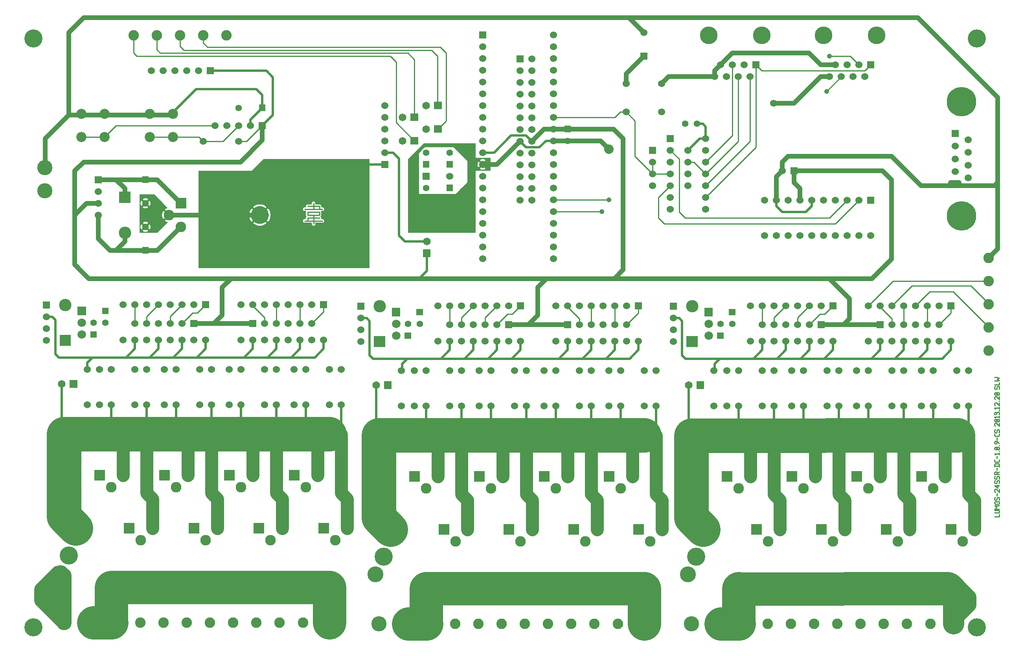
<source format=gbr>
G04 start of page 2 for group 0 idx 0 *
G04 Title: 24SSR-DC, top *
G04 Creator: pcb 20110918 *
G04 CreationDate: 五 12/20 18:00:37 2013 UTC *
G04 For: steve *
G04 Format: Gerber/RS-274X *
G04 PCB-Dimensions: 850000 550000 *
G04 PCB-Coordinate-Origin: lower left *
%MOIN*%
%FSLAX25Y25*%
%LNTOP*%
%ADD48C,0.1280*%
%ADD47C,0.1300*%
%ADD46C,0.0430*%
%ADD45C,0.0500*%
%ADD44C,0.0380*%
%ADD43C,0.0420*%
%ADD42C,0.0280*%
%ADD41C,0.0454*%
%ADD40C,0.0512*%
%ADD39C,0.0350*%
%ADD38C,0.0300*%
%ADD37C,0.1495*%
%ADD36C,0.0800*%
%ADD35C,0.0410*%
%ADD34C,0.1500*%
%ADD33C,0.2500*%
%ADD32C,0.0860*%
%ADD31C,0.1500*%
%ADD30C,0.0550*%
%ADD29C,0.1050*%
%ADD28C,0.0650*%
%ADD27C,0.0720*%
%ADD26C,0.0600*%
%ADD25C,0.1287*%
%ADD24C,0.0887*%
%ADD23C,0.1087*%
%ADD22C,0.1350*%
%ADD21C,0.1535*%
%ADD20C,0.0900*%
%ADD19C,0.1250*%
%ADD18C,0.1800*%
%ADD17C,0.2930*%
%ADD16C,0.2830*%
%ADD15C,0.1100*%
%ADD14C,0.0001*%
%ADD13C,0.0100*%
%ADD12C,0.0200*%
%ADD11C,0.0400*%
G54D11*X206000Y321000D02*X700000D01*
X428000Y282000D02*X478000D01*
X445500D02*Y283000D01*
X452500Y290000D01*
Y313500D01*
X460000Y321000D01*
G54D12*X358500Y342500D02*Y327500D01*
X352000Y321000D01*
G54D11*X72000D02*X209000D01*
X161000Y283000D02*X211000D01*
X177000D02*X178000D01*
X185000Y290000D01*
Y313500D01*
X192500Y321000D01*
G54D12*X228000Y492000D02*Y460000D01*
G54D11*X200500Y420000D02*X219000Y438500D01*
G54D13*X218000Y437500D02*X218250Y437750D01*
G54D11*X219000Y451000D02*Y438500D01*
G54D13*X199000Y437500D02*X205500D01*
X219000Y451000D01*
G54D11*X80000Y355000D02*Y375000D01*
X79500Y395500D02*X80000Y395000D01*
X102500Y390000D02*Y397500D01*
X95000Y405000D01*
X102500Y360000D02*Y352500D01*
X95000Y345000D01*
X700000Y321000D02*X717000Y304000D01*
Y287000D01*
X712000Y282000D01*
X693000D01*
X743000D01*
X699000Y321000D02*X736000D01*
X752500Y337500D01*
Y405000D01*
X745000Y412500D01*
X670000D01*
X675000Y387500D02*Y397500D01*
X670000Y402500D01*
Y412500D01*
X61000Y332000D02*X72000Y321000D01*
X60000Y333000D02*X64000Y329000D01*
X130000Y345000D02*X90000D01*
X80000Y355000D01*
X60000Y333000D02*X62500Y330500D01*
G54D12*X175000Y497500D02*X222500D01*
X228000Y492000D01*
Y460000D02*X219000Y451000D01*
G54D11*X80000Y405000D02*X130000D01*
X150000Y385000D01*
Y365000D02*X130000Y345000D01*
X67500Y420000D02*X200500D01*
X80000Y385000D02*X70000D01*
X60000Y375000D01*
Y333000D02*Y412500D01*
X67500Y420000D01*
X517000Y448000D02*X525000Y440000D01*
Y328500D02*X517500Y321000D01*
G54D12*X525000Y427500D02*Y432500D01*
G54D11*Y328500D02*Y440000D01*
G54D12*X595000D02*X590000D01*
X587500Y452500D02*X592500D01*
X595000Y450000D01*
Y440000D02*Y450000D01*
X590000Y440000D02*X580000Y430000D01*
G54D11*X517000Y448000D02*X458000D01*
X447500Y437500D01*
G54D12*X442500Y442500D01*
X430000D01*
X406000Y428000D02*X415500D01*
X430000Y442500D01*
G54D14*G36*
X135074Y384926D02*X139070Y380930D01*
X138648Y380852D01*
X138122Y380705D01*
X137612Y380511D01*
X137122Y380272D01*
X137022Y380208D01*
X136934Y380128D01*
X136860Y380035D01*
X136801Y379932D01*
X136758Y379821D01*
X136734Y379705D01*
X136728Y379587D01*
X136740Y379468D01*
X136771Y379354D01*
X136820Y379245D01*
X136885Y379146D01*
X136965Y379058D01*
X137057Y378983D01*
X137160Y378924D01*
X137271Y378882D01*
X137387Y378857D01*
X137506Y378851D01*
X137624Y378864D01*
X137739Y378895D01*
X137846Y378946D01*
X138211Y379129D01*
X138593Y379274D01*
X138987Y379384D01*
X139389Y379458D01*
X139796Y379495D01*
X140000D01*
Y370505D01*
X139796D01*
X139389Y370542D01*
X138987Y370616D01*
X138593Y370726D01*
X138211Y370871D01*
X137844Y371050D01*
X137737Y371100D01*
X137623Y371131D01*
X137506Y371144D01*
X137388Y371138D01*
X137272Y371114D01*
X137162Y371072D01*
X137060Y371013D01*
X136968Y370939D01*
X136889Y370851D01*
X136824Y370752D01*
X136776Y370645D01*
X136745Y370531D01*
X136732Y370413D01*
X136738Y370295D01*
X136763Y370180D01*
X136805Y370070D01*
X136864Y369967D01*
X136938Y369875D01*
X137025Y369796D01*
X137125Y369734D01*
X137612Y369489D01*
X138122Y369295D01*
X138648Y369148D01*
X139070Y369070D01*
X135074Y365074D01*
Y371798D01*
X135179Y371758D01*
X135295Y371734D01*
X135413Y371728D01*
X135532Y371740D01*
X135646Y371771D01*
X135755Y371820D01*
X135854Y371885D01*
X135942Y371965D01*
X136017Y372057D01*
X136076Y372160D01*
X136118Y372271D01*
X136143Y372387D01*
X136149Y372506D01*
X136136Y372624D01*
X136105Y372739D01*
X136054Y372846D01*
X135871Y373211D01*
X135726Y373593D01*
X135616Y373987D01*
X135542Y374389D01*
X135505Y374796D01*
Y375204D01*
X135542Y375611D01*
X135616Y376013D01*
X135726Y376407D01*
X135871Y376789D01*
X136050Y377156D01*
X136100Y377263D01*
X136131Y377377D01*
X136144Y377494D01*
X136138Y377612D01*
X136114Y377728D01*
X136072Y377838D01*
X136013Y377940D01*
X135939Y378032D01*
X135851Y378111D01*
X135752Y378176D01*
X135645Y378224D01*
X135531Y378255D01*
X135413Y378268D01*
X135295Y378262D01*
X135180Y378237D01*
X135074Y378197D01*
Y384926D01*
G37*
G36*
X123390Y392500D02*X127500D01*
X135074Y384926D01*
Y378197D01*
X135070Y378195D01*
X134967Y378136D01*
X134875Y378062D01*
X134796Y377975D01*
X134734Y377875D01*
X134489Y377388D01*
X134295Y376878D01*
X134148Y376352D01*
X134049Y375816D01*
X134000Y375273D01*
Y374727D01*
X134049Y374184D01*
X134148Y373648D01*
X134295Y373122D01*
X134489Y372612D01*
X134728Y372122D01*
X134792Y372022D01*
X134872Y371934D01*
X134965Y371860D01*
X135068Y371801D01*
X135074Y371798D01*
Y365074D01*
X130000Y360000D01*
X123390D01*
Y363035D01*
X123481Y363053D01*
X123592Y363093D01*
X123695Y363151D01*
X123788Y363223D01*
X123869Y363310D01*
X123935Y363408D01*
X123982Y363515D01*
X124103Y363875D01*
X124187Y364245D01*
X124237Y364621D01*
X124254Y365000D01*
X124237Y365379D01*
X124187Y365755D01*
X124103Y366125D01*
X123986Y366486D01*
X123937Y366594D01*
X123871Y366692D01*
X123790Y366779D01*
X123697Y366852D01*
X123593Y366909D01*
X123482Y366950D01*
X123390Y366968D01*
Y383035D01*
X123481Y383053D01*
X123592Y383093D01*
X123695Y383151D01*
X123788Y383223D01*
X123869Y383310D01*
X123935Y383408D01*
X123982Y383515D01*
X124103Y383875D01*
X124187Y384245D01*
X124237Y384621D01*
X124254Y385000D01*
X124237Y385379D01*
X124187Y385755D01*
X124103Y386125D01*
X123986Y386486D01*
X123937Y386594D01*
X123871Y386692D01*
X123790Y386779D01*
X123697Y386852D01*
X123593Y386909D01*
X123482Y386950D01*
X123390Y386968D01*
Y392500D01*
G37*
G36*
X120001D02*X123390D01*
Y386968D01*
X123366Y386973D01*
X123247Y386977D01*
X123130Y386963D01*
X123016Y386930D01*
X122908Y386880D01*
X122810Y386814D01*
X122723Y386733D01*
X122650Y386640D01*
X122593Y386536D01*
X122552Y386425D01*
X122529Y386309D01*
X122525Y386190D01*
X122539Y386073D01*
X122574Y385960D01*
X122652Y385727D01*
X122706Y385488D01*
X122739Y385245D01*
X122750Y385000D01*
X122739Y384755D01*
X122706Y384512D01*
X122652Y384273D01*
X122577Y384039D01*
X122542Y383927D01*
X122528Y383810D01*
X122532Y383692D01*
X122555Y383576D01*
X122595Y383465D01*
X122653Y383362D01*
X122725Y383269D01*
X122812Y383188D01*
X122910Y383122D01*
X123017Y383073D01*
X123130Y383040D01*
X123247Y383026D01*
X123365Y383030D01*
X123390Y383035D01*
Y366968D01*
X123366Y366973D01*
X123247Y366977D01*
X123130Y366963D01*
X123016Y366930D01*
X122908Y366880D01*
X122810Y366814D01*
X122723Y366733D01*
X122650Y366640D01*
X122593Y366536D01*
X122552Y366425D01*
X122529Y366309D01*
X122525Y366190D01*
X122539Y366073D01*
X122574Y365960D01*
X122652Y365727D01*
X122706Y365488D01*
X122739Y365245D01*
X122750Y365000D01*
X122739Y364755D01*
X122706Y364512D01*
X122652Y364273D01*
X122577Y364039D01*
X122542Y363927D01*
X122528Y363810D01*
X122532Y363692D01*
X122555Y363576D01*
X122595Y363465D01*
X122653Y363362D01*
X122725Y363269D01*
X122812Y363188D01*
X122910Y363122D01*
X123017Y363073D01*
X123130Y363040D01*
X123247Y363026D01*
X123365Y363030D01*
X123390Y363035D01*
Y360000D01*
X120001D01*
Y360746D01*
X120379Y360763D01*
X120755Y360813D01*
X121125Y360897D01*
X121486Y361014D01*
X121594Y361063D01*
X121692Y361129D01*
X121779Y361210D01*
X121852Y361303D01*
X121909Y361407D01*
X121950Y361518D01*
X121973Y361634D01*
X121977Y361753D01*
X121963Y361870D01*
X121930Y361984D01*
X121880Y362092D01*
X121814Y362190D01*
X121733Y362277D01*
X121640Y362350D01*
X121536Y362407D01*
X121425Y362448D01*
X121309Y362471D01*
X121190Y362475D01*
X121073Y362461D01*
X120960Y362426D01*
X120727Y362348D01*
X120488Y362294D01*
X120245Y362261D01*
X120001Y362250D01*
Y367750D01*
X120245Y367739D01*
X120488Y367706D01*
X120727Y367652D01*
X120961Y367577D01*
X121073Y367542D01*
X121190Y367528D01*
X121308Y367532D01*
X121424Y367555D01*
X121535Y367595D01*
X121638Y367653D01*
X121731Y367725D01*
X121812Y367812D01*
X121878Y367910D01*
X121927Y368017D01*
X121960Y368130D01*
X121974Y368247D01*
X121970Y368365D01*
X121947Y368481D01*
X121907Y368592D01*
X121849Y368695D01*
X121777Y368788D01*
X121690Y368869D01*
X121592Y368935D01*
X121485Y368982D01*
X121125Y369103D01*
X120755Y369187D01*
X120379Y369237D01*
X120001Y369254D01*
Y380746D01*
X120379Y380763D01*
X120755Y380813D01*
X121125Y380897D01*
X121486Y381014D01*
X121594Y381063D01*
X121692Y381129D01*
X121779Y381210D01*
X121852Y381303D01*
X121909Y381407D01*
X121950Y381518D01*
X121973Y381634D01*
X121977Y381753D01*
X121963Y381870D01*
X121930Y381984D01*
X121880Y382092D01*
X121814Y382190D01*
X121733Y382277D01*
X121640Y382350D01*
X121536Y382407D01*
X121425Y382448D01*
X121309Y382471D01*
X121190Y382475D01*
X121073Y382461D01*
X120960Y382426D01*
X120727Y382348D01*
X120488Y382294D01*
X120245Y382261D01*
X120001Y382250D01*
Y387750D01*
X120245Y387739D01*
X120488Y387706D01*
X120727Y387652D01*
X120961Y387577D01*
X121073Y387542D01*
X121190Y387528D01*
X121308Y387532D01*
X121424Y387555D01*
X121535Y387595D01*
X121638Y387653D01*
X121731Y387725D01*
X121812Y387812D01*
X121878Y387910D01*
X121927Y388017D01*
X121960Y388130D01*
X121974Y388247D01*
X121970Y388365D01*
X121947Y388481D01*
X121907Y388592D01*
X121849Y388695D01*
X121777Y388788D01*
X121690Y388869D01*
X121592Y388935D01*
X121485Y388982D01*
X121125Y389103D01*
X120755Y389187D01*
X120379Y389237D01*
X120001Y389254D01*
Y392500D01*
G37*
G36*
X116610D02*X120001D01*
Y389254D01*
X120000Y389254D01*
X119621Y389237D01*
X119245Y389187D01*
X118875Y389103D01*
X118514Y388986D01*
X118406Y388937D01*
X118308Y388871D01*
X118221Y388790D01*
X118148Y388697D01*
X118091Y388593D01*
X118050Y388482D01*
X118027Y388366D01*
X118023Y388247D01*
X118037Y388130D01*
X118070Y388016D01*
X118120Y387908D01*
X118186Y387810D01*
X118267Y387723D01*
X118360Y387650D01*
X118464Y387593D01*
X118575Y387552D01*
X118691Y387529D01*
X118810Y387525D01*
X118927Y387539D01*
X119040Y387574D01*
X119273Y387652D01*
X119512Y387706D01*
X119755Y387739D01*
X120000Y387750D01*
X120001Y387750D01*
Y382250D01*
X120000Y382250D01*
X119755Y382261D01*
X119512Y382294D01*
X119273Y382348D01*
X119039Y382423D01*
X118927Y382458D01*
X118810Y382472D01*
X118692Y382468D01*
X118576Y382445D01*
X118465Y382405D01*
X118362Y382347D01*
X118269Y382275D01*
X118188Y382188D01*
X118122Y382090D01*
X118073Y381983D01*
X118040Y381870D01*
X118026Y381753D01*
X118030Y381635D01*
X118053Y381519D01*
X118093Y381408D01*
X118151Y381305D01*
X118223Y381212D01*
X118310Y381131D01*
X118408Y381065D01*
X118515Y381018D01*
X118875Y380897D01*
X119245Y380813D01*
X119621Y380763D01*
X120000Y380746D01*
X120001Y380746D01*
Y369254D01*
X120000Y369254D01*
X119621Y369237D01*
X119245Y369187D01*
X118875Y369103D01*
X118514Y368986D01*
X118406Y368937D01*
X118308Y368871D01*
X118221Y368790D01*
X118148Y368697D01*
X118091Y368593D01*
X118050Y368482D01*
X118027Y368366D01*
X118023Y368247D01*
X118037Y368130D01*
X118070Y368016D01*
X118120Y367908D01*
X118186Y367810D01*
X118267Y367723D01*
X118360Y367650D01*
X118464Y367593D01*
X118575Y367552D01*
X118691Y367529D01*
X118810Y367525D01*
X118927Y367539D01*
X119040Y367574D01*
X119273Y367652D01*
X119512Y367706D01*
X119755Y367739D01*
X120000Y367750D01*
X120001Y367750D01*
Y362250D01*
X120000Y362250D01*
X119755Y362261D01*
X119512Y362294D01*
X119273Y362348D01*
X119039Y362423D01*
X118927Y362458D01*
X118810Y362472D01*
X118692Y362468D01*
X118576Y362445D01*
X118465Y362405D01*
X118362Y362347D01*
X118269Y362275D01*
X118188Y362188D01*
X118122Y362090D01*
X118073Y361983D01*
X118040Y361870D01*
X118026Y361753D01*
X118030Y361635D01*
X118053Y361519D01*
X118093Y361408D01*
X118151Y361305D01*
X118223Y361212D01*
X118310Y361131D01*
X118408Y361065D01*
X118515Y361018D01*
X118875Y360897D01*
X119245Y360813D01*
X119621Y360763D01*
X120000Y360746D01*
X120001Y360746D01*
Y360000D01*
X116610D01*
Y363032D01*
X116634Y363027D01*
X116753Y363023D01*
X116870Y363037D01*
X116984Y363070D01*
X117092Y363120D01*
X117190Y363186D01*
X117277Y363267D01*
X117350Y363360D01*
X117407Y363464D01*
X117448Y363575D01*
X117471Y363691D01*
X117475Y363810D01*
X117461Y363927D01*
X117426Y364040D01*
X117348Y364273D01*
X117294Y364512D01*
X117261Y364755D01*
X117250Y365000D01*
X117261Y365245D01*
X117294Y365488D01*
X117348Y365727D01*
X117423Y365961D01*
X117458Y366073D01*
X117472Y366190D01*
X117468Y366308D01*
X117445Y366424D01*
X117405Y366535D01*
X117347Y366638D01*
X117275Y366731D01*
X117188Y366812D01*
X117090Y366878D01*
X116983Y366927D01*
X116870Y366960D01*
X116753Y366974D01*
X116635Y366970D01*
X116610Y366965D01*
Y383032D01*
X116634Y383027D01*
X116753Y383023D01*
X116870Y383037D01*
X116984Y383070D01*
X117092Y383120D01*
X117190Y383186D01*
X117277Y383267D01*
X117350Y383360D01*
X117407Y383464D01*
X117448Y383575D01*
X117471Y383691D01*
X117475Y383810D01*
X117461Y383927D01*
X117426Y384040D01*
X117348Y384273D01*
X117294Y384512D01*
X117261Y384755D01*
X117250Y385000D01*
X117261Y385245D01*
X117294Y385488D01*
X117348Y385727D01*
X117423Y385961D01*
X117458Y386073D01*
X117472Y386190D01*
X117468Y386308D01*
X117445Y386424D01*
X117405Y386535D01*
X117347Y386638D01*
X117275Y386731D01*
X117188Y386812D01*
X117090Y386878D01*
X116983Y386927D01*
X116870Y386960D01*
X116753Y386974D01*
X116635Y386970D01*
X116610Y386965D01*
Y392500D01*
G37*
G36*
X115000D02*X116610D01*
Y386965D01*
X116519Y386947D01*
X116408Y386907D01*
X116305Y386850D01*
X116212Y386777D01*
X116131Y386690D01*
X116065Y386592D01*
X116018Y386485D01*
X115897Y386125D01*
X115813Y385755D01*
X115763Y385379D01*
X115746Y385000D01*
X115763Y384621D01*
X115813Y384245D01*
X115897Y383875D01*
X116014Y383514D01*
X116063Y383406D01*
X116129Y383308D01*
X116210Y383221D01*
X116303Y383148D01*
X116407Y383091D01*
X116518Y383050D01*
X116610Y383032D01*
Y366965D01*
X116519Y366947D01*
X116408Y366907D01*
X116305Y366850D01*
X116212Y366777D01*
X116131Y366690D01*
X116065Y366592D01*
X116018Y366485D01*
X115897Y366125D01*
X115813Y365755D01*
X115763Y365379D01*
X115746Y365000D01*
X115763Y364621D01*
X115813Y364245D01*
X115897Y363875D01*
X116014Y363514D01*
X116063Y363406D01*
X116129Y363308D01*
X116210Y363221D01*
X116303Y363148D01*
X116407Y363091D01*
X116518Y363050D01*
X116610Y363032D01*
Y360000D01*
X115000D01*
Y392500D01*
G37*
G36*
X224516Y412500D02*X262500D01*
Y386505D01*
X262265Y386486D01*
X262035Y386431D01*
X261817Y386341D01*
X261616Y386217D01*
X261436Y386064D01*
X261283Y385884D01*
X261159Y385683D01*
X261069Y385465D01*
X261014Y385235D01*
X261000Y385000D01*
Y384000D01*
X257500D01*
X257265Y383986D01*
X257035Y383931D01*
X256817Y383841D01*
X256616Y383717D01*
X256436Y383564D01*
X256283Y383384D01*
X256159Y383183D01*
X256069Y382965D01*
X256014Y382735D01*
X255995Y382500D01*
X256014Y382265D01*
X256069Y382035D01*
X256159Y381817D01*
X256283Y381616D01*
X256381Y381500D01*
X255000D01*
X254765Y381486D01*
X254535Y381431D01*
X254317Y381341D01*
X254116Y381217D01*
X253936Y381064D01*
X253783Y380884D01*
X253659Y380683D01*
X253569Y380465D01*
X253514Y380235D01*
X253495Y380000D01*
X253514Y379765D01*
X253569Y379535D01*
X253659Y379317D01*
X253783Y379116D01*
X253936Y378936D01*
X254116Y378783D01*
X254317Y378659D01*
X254535Y378569D01*
X254765Y378514D01*
X255000Y378500D01*
X256381D01*
X256283Y378384D01*
X256159Y378183D01*
X256069Y377965D01*
X256014Y377735D01*
X256014Y377735D01*
X255995Y377500D01*
X256000Y377441D01*
Y375059D01*
X255995Y375000D01*
X256014Y374765D01*
X256069Y374535D01*
X256159Y374317D01*
X256283Y374116D01*
X256436Y373936D01*
X256616Y373783D01*
X256669Y373750D01*
X256616Y373717D01*
X256436Y373564D01*
X256283Y373384D01*
X256159Y373183D01*
X256069Y372965D01*
X256014Y372735D01*
X256014Y372735D01*
X255995Y372500D01*
X256000Y372441D01*
Y371500D01*
X255000D01*
X254765Y371486D01*
X254535Y371431D01*
X254317Y371341D01*
X254116Y371217D01*
X253936Y371064D01*
X253783Y370884D01*
X253659Y370683D01*
X253569Y370465D01*
X253514Y370235D01*
X253495Y370000D01*
X253514Y369765D01*
X253569Y369535D01*
X253659Y369317D01*
X253783Y369116D01*
X253936Y368936D01*
X254116Y368783D01*
X254317Y368659D01*
X254535Y368569D01*
X254765Y368514D01*
X255000Y368500D01*
X257441D01*
X257500Y368495D01*
X257559Y368500D01*
X261000D01*
Y367500D01*
X261014Y367265D01*
X261069Y367035D01*
X261159Y366817D01*
X261283Y366616D01*
X261436Y366436D01*
X261616Y366283D01*
X261817Y366159D01*
X262035Y366069D01*
X262265Y366014D01*
X262500Y365995D01*
Y330000D01*
X224516D01*
Y370058D01*
X224860Y370596D01*
X225234Y371344D01*
X225538Y372123D01*
X225768Y372927D01*
X225922Y373749D01*
X226000Y374582D01*
Y375418D01*
X225922Y376251D01*
X225768Y377073D01*
X225538Y377877D01*
X225234Y378656D01*
X224860Y379404D01*
X224516Y379956D01*
Y412500D01*
G37*
G36*
X217004D02*X224516D01*
Y379956D01*
X224418Y380114D01*
X224343Y380207D01*
X224254Y380287D01*
X224154Y380351D01*
X224045Y380400D01*
X223930Y380431D01*
X223811Y380443D01*
X223692Y380436D01*
X223575Y380411D01*
X223464Y380369D01*
X223361Y380309D01*
X223268Y380233D01*
X223188Y380145D01*
X223124Y380045D01*
X223075Y379935D01*
X223044Y379820D01*
X223032Y379701D01*
X223039Y379582D01*
X223064Y379466D01*
X223106Y379354D01*
X223168Y379252D01*
X223543Y378666D01*
X223855Y378044D01*
X224107Y377395D01*
X224299Y376726D01*
X224427Y376041D01*
X224492Y375348D01*
Y374652D01*
X224427Y373959D01*
X224299Y373275D01*
X224107Y372605D01*
X223855Y371956D01*
X223543Y371334D01*
X223175Y370743D01*
X223114Y370642D01*
X223071Y370532D01*
X223047Y370417D01*
X223040Y370299D01*
X223052Y370181D01*
X223083Y370067D01*
X223131Y369959D01*
X223195Y369860D01*
X223274Y369772D01*
X223365Y369698D01*
X223467Y369639D01*
X223578Y369596D01*
X223693Y369572D01*
X223811Y369565D01*
X223928Y369577D01*
X224042Y369608D01*
X224150Y369656D01*
X224249Y369720D01*
X224337Y369799D01*
X224410Y369892D01*
X224516Y370058D01*
Y330000D01*
X217004D01*
Y366000D01*
X217418D01*
X218251Y366078D01*
X219073Y366232D01*
X219877Y366462D01*
X220656Y366766D01*
X221404Y367140D01*
X222114Y367582D01*
X222207Y367657D01*
X222287Y367746D01*
X222351Y367846D01*
X222400Y367955D01*
X222431Y368070D01*
X222443Y368189D01*
X222436Y368308D01*
X222411Y368425D01*
X222369Y368536D01*
X222309Y368639D01*
X222233Y368732D01*
X222145Y368812D01*
X222045Y368876D01*
X221935Y368925D01*
X221820Y368956D01*
X221701Y368968D01*
X221582Y368961D01*
X221466Y368936D01*
X221354Y368894D01*
X221252Y368832D01*
X220666Y368457D01*
X220044Y368145D01*
X219395Y367893D01*
X218725Y367701D01*
X218041Y367573D01*
X217348Y367508D01*
X217004D01*
Y382492D01*
X217348D01*
X218041Y382427D01*
X218725Y382299D01*
X219395Y382107D01*
X220044Y381855D01*
X220666Y381543D01*
X221257Y381175D01*
X221358Y381114D01*
X221468Y381071D01*
X221583Y381047D01*
X221701Y381040D01*
X221819Y381052D01*
X221933Y381083D01*
X222041Y381131D01*
X222140Y381195D01*
X222228Y381274D01*
X222302Y381365D01*
X222361Y381467D01*
X222404Y381578D01*
X222428Y381693D01*
X222435Y381811D01*
X222423Y381928D01*
X222392Y382042D01*
X222344Y382150D01*
X222280Y382249D01*
X222201Y382337D01*
X222108Y382410D01*
X221404Y382860D01*
X220656Y383234D01*
X219877Y383538D01*
X219073Y383768D01*
X218251Y383922D01*
X217418Y384000D01*
X217004D01*
Y412500D01*
G37*
G36*
X209484D02*X217004D01*
Y384000D01*
X216582D01*
X215749Y383922D01*
X214927Y383768D01*
X214123Y383538D01*
X213344Y383234D01*
X212596Y382860D01*
X211886Y382418D01*
X211793Y382343D01*
X211713Y382254D01*
X211649Y382154D01*
X211600Y382045D01*
X211569Y381930D01*
X211557Y381811D01*
X211564Y381692D01*
X211589Y381575D01*
X211631Y381464D01*
X211691Y381361D01*
X211767Y381268D01*
X211855Y381188D01*
X211955Y381124D01*
X212065Y381075D01*
X212180Y381044D01*
X212299Y381032D01*
X212418Y381039D01*
X212534Y381064D01*
X212646Y381106D01*
X212748Y381168D01*
X213334Y381543D01*
X213956Y381855D01*
X214605Y382107D01*
X215274Y382299D01*
X215959Y382427D01*
X216652Y382492D01*
X217004D01*
Y367508D01*
X216652D01*
X215959Y367573D01*
X215274Y367701D01*
X214605Y367893D01*
X213956Y368145D01*
X213334Y368457D01*
X212743Y368825D01*
X212642Y368886D01*
X212532Y368929D01*
X212417Y368953D01*
X212299Y368960D01*
X212181Y368948D01*
X212067Y368917D01*
X211959Y368869D01*
X211860Y368805D01*
X211772Y368726D01*
X211698Y368635D01*
X211639Y368533D01*
X211596Y368422D01*
X211572Y368307D01*
X211565Y368189D01*
X211577Y368072D01*
X211608Y367958D01*
X211656Y367850D01*
X211720Y367751D01*
X211799Y367663D01*
X211892Y367590D01*
X212596Y367140D01*
X213344Y366766D01*
X214123Y366462D01*
X214927Y366232D01*
X215749Y366078D01*
X216582Y366000D01*
X217004D01*
Y330000D01*
X209484D01*
Y370044D01*
X209582Y369886D01*
X209657Y369793D01*
X209746Y369713D01*
X209846Y369649D01*
X209955Y369600D01*
X210070Y369569D01*
X210189Y369557D01*
X210308Y369564D01*
X210425Y369589D01*
X210536Y369631D01*
X210639Y369691D01*
X210732Y369767D01*
X210812Y369855D01*
X210876Y369955D01*
X210925Y370065D01*
X210956Y370180D01*
X210968Y370299D01*
X210961Y370418D01*
X210936Y370534D01*
X210894Y370646D01*
X210832Y370748D01*
X210457Y371334D01*
X210145Y371956D01*
X209893Y372605D01*
X209701Y373275D01*
X209573Y373959D01*
X209508Y374652D01*
Y375348D01*
X209573Y376041D01*
X209701Y376726D01*
X209893Y377395D01*
X210145Y378044D01*
X210457Y378666D01*
X210825Y379257D01*
X210886Y379358D01*
X210929Y379468D01*
X210953Y379583D01*
X210960Y379701D01*
X210948Y379819D01*
X210917Y379933D01*
X210869Y380041D01*
X210805Y380140D01*
X210726Y380228D01*
X210635Y380302D01*
X210533Y380361D01*
X210422Y380404D01*
X210307Y380428D01*
X210189Y380435D01*
X210072Y380423D01*
X209958Y380392D01*
X209850Y380344D01*
X209751Y380280D01*
X209663Y380201D01*
X209590Y380108D01*
X209484Y379942D01*
Y412500D01*
G37*
G36*
X165000D02*X209484D01*
Y379942D01*
X209140Y379404D01*
X208766Y378656D01*
X208462Y377877D01*
X208232Y377073D01*
X208078Y376251D01*
X208000Y375418D01*
Y374582D01*
X208078Y373749D01*
X208232Y372927D01*
X208462Y372123D01*
X208766Y371344D01*
X209140Y370596D01*
X209484Y370044D01*
Y330000D01*
X165000D01*
Y412500D01*
G37*
G36*
X262500Y422500D02*X310000D01*
Y330000D01*
X262500D01*
Y365995D01*
X262735Y366014D01*
X262965Y366069D01*
X263183Y366159D01*
X263384Y366283D01*
X263564Y366436D01*
X263717Y366616D01*
X263841Y366817D01*
X263931Y367035D01*
X263986Y367265D01*
X264000Y367500D01*
Y368500D01*
X270000D01*
X270235Y368514D01*
X270465Y368569D01*
X270683Y368659D01*
X270884Y368783D01*
X271064Y368936D01*
X271217Y369116D01*
X271341Y369317D01*
X271431Y369535D01*
X271486Y369765D01*
X271505Y370000D01*
X271486Y370235D01*
X271431Y370465D01*
X271341Y370683D01*
X271217Y370884D01*
X271064Y371064D01*
X270884Y371217D01*
X270683Y371341D01*
X270465Y371431D01*
X270235Y371486D01*
X270000Y371500D01*
X268619D01*
X268717Y371616D01*
X268841Y371817D01*
X268931Y372035D01*
X268986Y372265D01*
X269005Y372500D01*
X268986Y372735D01*
X268931Y372965D01*
X268841Y373183D01*
X268717Y373384D01*
X268564Y373564D01*
X268384Y373717D01*
X268331Y373750D01*
X268384Y373783D01*
X268564Y373936D01*
X268717Y374116D01*
X268841Y374317D01*
X268931Y374535D01*
X268986Y374765D01*
X269005Y375000D01*
X269000Y375059D01*
Y377441D01*
X269005Y377500D01*
X268986Y377735D01*
X268931Y377965D01*
X268841Y378183D01*
X268717Y378384D01*
X268619Y378500D01*
X270000D01*
X270235Y378514D01*
X270465Y378569D01*
X270683Y378659D01*
X270884Y378783D01*
X271064Y378936D01*
X271217Y379116D01*
X271341Y379317D01*
X271431Y379535D01*
X271486Y379765D01*
X271505Y380000D01*
X271486Y380235D01*
X271431Y380465D01*
X271341Y380683D01*
X271217Y380884D01*
X271064Y381064D01*
X270884Y381217D01*
X270683Y381341D01*
X270465Y381431D01*
X270235Y381486D01*
X270000Y381500D01*
X269000D01*
Y382441D01*
X269005Y382500D01*
X268986Y382735D01*
X268931Y382965D01*
X268841Y383183D01*
X268717Y383384D01*
X268564Y383564D01*
X268384Y383717D01*
X268183Y383841D01*
X267965Y383931D01*
X267735Y383986D01*
X267500Y384005D01*
X267441Y384000D01*
X264000D01*
Y385000D01*
X263986Y385235D01*
X263931Y385465D01*
X263841Y385683D01*
X263717Y385884D01*
X263564Y386064D01*
X263384Y386217D01*
X263183Y386341D01*
X262965Y386431D01*
X262735Y386486D01*
X262500Y386505D01*
Y422500D01*
G37*
G36*
X224516D02*X262500D01*
Y386505D01*
X262500D01*
X262265Y386486D01*
X262035Y386431D01*
X261817Y386341D01*
X261616Y386217D01*
X261436Y386064D01*
X261283Y385884D01*
X261159Y385683D01*
X261069Y385465D01*
X261014Y385235D01*
X261000Y385000D01*
Y384000D01*
X257500D01*
X257265Y383986D01*
X257035Y383931D01*
X256817Y383841D01*
X256616Y383717D01*
X256436Y383564D01*
X256283Y383384D01*
X256159Y383183D01*
X256069Y382965D01*
X256014Y382735D01*
X255995Y382500D01*
X256014Y382265D01*
X256069Y382035D01*
X256159Y381817D01*
X256283Y381616D01*
X256381Y381500D01*
X255000D01*
X254765Y381486D01*
X254535Y381431D01*
X254317Y381341D01*
X254116Y381217D01*
X253936Y381064D01*
X253783Y380884D01*
X253659Y380683D01*
X253569Y380465D01*
X253514Y380235D01*
X253495Y380000D01*
X253514Y379765D01*
X253569Y379535D01*
X253659Y379317D01*
X253783Y379116D01*
X253936Y378936D01*
X254116Y378783D01*
X254317Y378659D01*
X254535Y378569D01*
X254765Y378514D01*
X255000Y378500D01*
X256381D01*
X256283Y378384D01*
X256159Y378183D01*
X256069Y377965D01*
X256014Y377735D01*
X256014Y377735D01*
X255995Y377500D01*
X256000Y377441D01*
Y375059D01*
X255995Y375000D01*
X256014Y374765D01*
X256069Y374535D01*
X256159Y374317D01*
X256283Y374116D01*
X256436Y373936D01*
X256616Y373783D01*
X256669Y373750D01*
X256616Y373717D01*
X256436Y373564D01*
X256283Y373384D01*
X256159Y373183D01*
X256069Y372965D01*
X256014Y372735D01*
X256014Y372735D01*
X255995Y372500D01*
X256000Y372441D01*
Y371500D01*
X255000D01*
X254765Y371486D01*
X254535Y371431D01*
X254317Y371341D01*
X254116Y371217D01*
X253936Y371064D01*
X253783Y370884D01*
X253659Y370683D01*
X253569Y370465D01*
X253514Y370235D01*
X253495Y370000D01*
X253514Y369765D01*
X253569Y369535D01*
X253659Y369317D01*
X253783Y369116D01*
X253936Y368936D01*
X254116Y368783D01*
X254317Y368659D01*
X254535Y368569D01*
X254765Y368514D01*
X255000Y368500D01*
X257441D01*
X257500Y368495D01*
X257559Y368500D01*
X261000D01*
Y367500D01*
X261014Y367265D01*
X261069Y367035D01*
X261159Y366817D01*
X261283Y366616D01*
X261436Y366436D01*
X261616Y366283D01*
X261817Y366159D01*
X262035Y366069D01*
X262265Y366014D01*
X262500Y365995D01*
X262500D01*
Y330000D01*
X224516D01*
Y370058D01*
X224860Y370596D01*
X225234Y371344D01*
X225538Y372123D01*
X225768Y372927D01*
X225922Y373749D01*
X226000Y374582D01*
Y375418D01*
X225922Y376251D01*
X225768Y377073D01*
X225538Y377877D01*
X225234Y378656D01*
X224860Y379404D01*
X224516Y379956D01*
Y422500D01*
G37*
G36*
X217004Y419504D02*X220000Y422500D01*
X224516D01*
Y379956D01*
X224418Y380114D01*
X224343Y380207D01*
X224254Y380287D01*
X224154Y380351D01*
X224045Y380400D01*
X223930Y380431D01*
X223811Y380443D01*
X223692Y380436D01*
X223575Y380411D01*
X223464Y380369D01*
X223361Y380309D01*
X223268Y380233D01*
X223188Y380145D01*
X223124Y380045D01*
X223075Y379935D01*
X223044Y379820D01*
X223032Y379701D01*
X223039Y379582D01*
X223064Y379466D01*
X223106Y379354D01*
X223168Y379252D01*
X223543Y378666D01*
X223855Y378044D01*
X224107Y377395D01*
X224299Y376726D01*
X224427Y376041D01*
X224492Y375348D01*
Y374652D01*
X224427Y373959D01*
X224299Y373275D01*
X224107Y372605D01*
X223855Y371956D01*
X223543Y371334D01*
X223175Y370743D01*
X223114Y370642D01*
X223071Y370532D01*
X223047Y370417D01*
X223040Y370299D01*
X223052Y370181D01*
X223083Y370067D01*
X223131Y369959D01*
X223195Y369860D01*
X223274Y369772D01*
X223365Y369698D01*
X223467Y369639D01*
X223578Y369596D01*
X223693Y369572D01*
X223811Y369565D01*
X223928Y369577D01*
X224042Y369608D01*
X224150Y369656D01*
X224249Y369720D01*
X224337Y369799D01*
X224410Y369892D01*
X224516Y370058D01*
Y330000D01*
X217004D01*
Y366000D01*
X217418D01*
X218251Y366078D01*
X219073Y366232D01*
X219877Y366462D01*
X220656Y366766D01*
X221404Y367140D01*
X222114Y367582D01*
X222207Y367657D01*
X222287Y367746D01*
X222351Y367846D01*
X222400Y367955D01*
X222431Y368070D01*
X222443Y368189D01*
X222436Y368308D01*
X222411Y368425D01*
X222369Y368536D01*
X222309Y368639D01*
X222233Y368732D01*
X222145Y368812D01*
X222045Y368876D01*
X221935Y368925D01*
X221820Y368956D01*
X221701Y368968D01*
X221582Y368961D01*
X221466Y368936D01*
X221354Y368894D01*
X221252Y368832D01*
X220666Y368457D01*
X220044Y368145D01*
X219395Y367893D01*
X218725Y367701D01*
X218041Y367573D01*
X217348Y367508D01*
X217004D01*
Y382492D01*
X217348D01*
X218041Y382427D01*
X218725Y382299D01*
X219395Y382107D01*
X220044Y381855D01*
X220666Y381543D01*
X221257Y381175D01*
X221358Y381114D01*
X221468Y381071D01*
X221583Y381047D01*
X221701Y381040D01*
X221819Y381052D01*
X221933Y381083D01*
X222041Y381131D01*
X222140Y381195D01*
X222228Y381274D01*
X222302Y381365D01*
X222361Y381467D01*
X222404Y381578D01*
X222428Y381693D01*
X222435Y381811D01*
X222423Y381928D01*
X222392Y382042D01*
X222344Y382150D01*
X222280Y382249D01*
X222201Y382337D01*
X222108Y382410D01*
X221404Y382860D01*
X220656Y383234D01*
X219877Y383538D01*
X219073Y383768D01*
X218251Y383922D01*
X217418Y384000D01*
X217004D01*
Y419504D01*
G37*
G36*
X209484Y411984D02*X217004Y419504D01*
Y384000D01*
X216582D01*
X215749Y383922D01*
X214927Y383768D01*
X214123Y383538D01*
X213344Y383234D01*
X212596Y382860D01*
X211886Y382418D01*
X211793Y382343D01*
X211713Y382254D01*
X211649Y382154D01*
X211600Y382045D01*
X211569Y381930D01*
X211557Y381811D01*
X211564Y381692D01*
X211589Y381575D01*
X211631Y381464D01*
X211691Y381361D01*
X211767Y381268D01*
X211855Y381188D01*
X211955Y381124D01*
X212065Y381075D01*
X212180Y381044D01*
X212299Y381032D01*
X212418Y381039D01*
X212534Y381064D01*
X212646Y381106D01*
X212748Y381168D01*
X213334Y381543D01*
X213956Y381855D01*
X214605Y382107D01*
X215274Y382299D01*
X215959Y382427D01*
X216652Y382492D01*
X217004D01*
Y367508D01*
X216652D01*
X215959Y367573D01*
X215274Y367701D01*
X214605Y367893D01*
X213956Y368145D01*
X213334Y368457D01*
X212743Y368825D01*
X212642Y368886D01*
X212532Y368929D01*
X212417Y368953D01*
X212299Y368960D01*
X212181Y368948D01*
X212067Y368917D01*
X211959Y368869D01*
X211860Y368805D01*
X211772Y368726D01*
X211698Y368635D01*
X211639Y368533D01*
X211596Y368422D01*
X211572Y368307D01*
X211565Y368189D01*
X211577Y368072D01*
X211608Y367958D01*
X211656Y367850D01*
X211720Y367751D01*
X211799Y367663D01*
X211892Y367590D01*
X212596Y367140D01*
X213344Y366766D01*
X214123Y366462D01*
X214927Y366232D01*
X215749Y366078D01*
X216582Y366000D01*
X217004D01*
Y330000D01*
X209484D01*
Y370044D01*
X209582Y369886D01*
X209657Y369793D01*
X209746Y369713D01*
X209846Y369649D01*
X209955Y369600D01*
X210070Y369569D01*
X210189Y369557D01*
X210308Y369564D01*
X210425Y369589D01*
X210536Y369631D01*
X210639Y369691D01*
X210732Y369767D01*
X210812Y369855D01*
X210876Y369955D01*
X210925Y370065D01*
X210956Y370180D01*
X210968Y370299D01*
X210961Y370418D01*
X210936Y370534D01*
X210894Y370646D01*
X210832Y370748D01*
X210457Y371334D01*
X210145Y371956D01*
X209893Y372605D01*
X209701Y373275D01*
X209573Y373959D01*
X209508Y374652D01*
Y375348D01*
X209573Y376041D01*
X209701Y376726D01*
X209893Y377395D01*
X210145Y378044D01*
X210457Y378666D01*
X210825Y379257D01*
X210886Y379358D01*
X210929Y379468D01*
X210953Y379583D01*
X210960Y379701D01*
X210948Y379819D01*
X210917Y379933D01*
X210869Y380041D01*
X210805Y380140D01*
X210726Y380228D01*
X210635Y380302D01*
X210533Y380361D01*
X210422Y380404D01*
X210307Y380428D01*
X210189Y380435D01*
X210072Y380423D01*
X209958Y380392D01*
X209850Y380344D01*
X209751Y380280D01*
X209663Y380201D01*
X209590Y380108D01*
X209484Y379942D01*
Y411984D01*
G37*
G36*
X205000Y407500D02*X209484Y411984D01*
Y379942D01*
X209140Y379404D01*
X208766Y378656D01*
X208462Y377877D01*
X208232Y377073D01*
X208078Y376251D01*
X208000Y375418D01*
Y374582D01*
X208078Y373749D01*
X208232Y372927D01*
X208462Y372123D01*
X208766Y371344D01*
X209140Y370596D01*
X209484Y370044D01*
Y330000D01*
X205000D01*
Y407500D01*
G37*
G54D12*X685000Y387500D02*Y382500D01*
X680000Y377500D01*
X660000D01*
G54D11*X842500Y475000D02*Y402500D01*
Y410000D02*Y346240D01*
X835000Y338740D01*
X842500Y402500D02*X840000Y400000D01*
X807500D02*X806400Y401100D01*
X805000Y402500D02*X802500Y400000D01*
X810000Y402500D02*X805000D01*
X802500D02*X810000D01*
X665000Y425000D02*X752500D01*
X777500Y400000D01*
X840000D02*X777500D01*
G54D12*X466000Y438000D02*X460500D01*
G54D11*X466000D02*X506000D01*
X513000Y431000D01*
X660000Y420000D02*X665000Y425000D01*
X406000Y418000D02*X418000D01*
X437500Y437500D01*
G54D12*X442500Y432500D01*
X454000D01*
X459500Y438000D01*
X466000D01*
G54D11*X775000Y542500D02*X842500Y475000D01*
X682500Y512500D02*X692500Y502500D01*
Y492500D02*X670000Y470000D01*
X692500Y502500D02*X705000D01*
X700000Y492500D02*X692500D01*
G54D12*X660000Y377500D02*X655000Y382500D01*
G54D11*Y387500D02*Y407500D01*
X660000Y412500D01*
Y420000D01*
G54D12*X655000Y382500D02*Y387500D01*
G54D11*X270000Y542500D02*X555000D01*
X545000D02*X775000D01*
X542500Y530000D02*X530000Y542500D01*
X617500Y512500D02*X682500D01*
X670000Y470000D02*X652500D01*
X617500Y512500D02*X602500Y497500D01*
Y492500D01*
X527500Y486500D02*Y495000D01*
X542500Y510000D01*
X602500Y492500D02*X563500D01*
X557500Y486500D01*
X140000Y375000D02*X217000D01*
G54D13*X85100Y461000D02*X85300Y460800D01*
G54D11*X55000Y460000D02*X35000Y440000D01*
Y415685D01*
X34500Y415185D01*
X55000Y460000D02*X142500D01*
G54D13*X123500Y461000D02*X123700Y460800D01*
G54D12*X209000Y456000D02*X219000Y466000D01*
X143300Y462300D02*X163000Y482000D01*
X214000D01*
X219000Y477000D02*Y468000D01*
G54D11*X142500Y460000D02*X143300Y460800D01*
G54D12*X209000Y451000D02*Y456000D01*
X323000Y418000D02*X283000D01*
X282500Y417500D01*
G54D11*X307000Y542500D02*X72500D01*
G54D12*X214000Y482000D02*X219000Y477000D01*
G54D11*X75000Y542500D02*X67500D01*
X55000Y530000D01*
Y460000D01*
G54D12*X219000Y468000D02*X220000Y467000D01*
G54D13*X257500Y382500D02*X267500D01*
Y380000D01*
X262500Y385000D02*Y380000D01*
X255000D01*
X270000D01*
X257500Y377500D02*X267500D01*
X257500Y375000D02*Y377500D01*
X267500Y372500D02*X257500D01*
Y370000D01*
X255000D02*X270000D01*
X262500Y375000D02*Y367500D01*
X267500Y377500D02*Y375000D01*
X257500D01*
G54D14*G36*
X342500Y421000D02*X345500D01*
Y388500D01*
X342500D01*
Y421000D01*
G37*
G36*
Y388500D02*Y393000D01*
X395500D01*
Y388500D01*
X342500D01*
G37*
G36*
X387000Y396500D02*Y397500D01*
X395500D01*
Y391000D01*
X387000D01*
Y396500D01*
G37*
G36*
X344500Y422500D02*X352000D01*
Y391000D01*
X344500D01*
Y422500D01*
G37*
G36*
X388000Y398000D02*X393000Y403000D01*
Y390500D01*
X380500D01*
X388000Y398000D01*
G37*
G36*
X357500Y436000D02*Y433000D01*
X356464Y431964D01*
X356065Y431798D01*
X355494Y431449D01*
X354986Y431014D01*
X354551Y430506D01*
X354202Y429935D01*
X354036Y429536D01*
X342500Y418000D01*
Y421000D01*
X357500Y436000D01*
G37*
G36*
X342500Y421000D02*Y422500D01*
X356000Y436000D01*
X358000D01*
X342500Y420500D01*
Y421000D01*
G37*
G36*
X352000Y428000D02*Y419500D01*
X346000D01*
Y424000D01*
X350000Y428000D01*
X352000D01*
G37*
G36*
X391500Y393500D02*X400000D01*
Y388500D01*
X391500D01*
Y393500D01*
G37*
G36*
X342500Y390000D02*X400000D01*
Y360000D01*
X342500D01*
Y390000D01*
G37*
G36*
X355500Y433000D02*X364000D01*
Y432500D01*
X355500D01*
Y433000D01*
G37*
G36*
X357500Y436000D02*X395500D01*
Y432500D01*
X357500D01*
Y436000D01*
G37*
G36*
X383000Y433000D02*X388000D01*
Y428000D01*
X383000Y433000D01*
G37*
G36*
X389500Y436000D02*X400000D01*
Y429500D01*
X389500D01*
Y436000D01*
G37*
G36*
X395000Y423500D02*X405824D01*
X406000Y423486D01*
X406176Y423500D01*
X412500D01*
Y422500D01*
X406108D01*
X406000Y422505D01*
X405892Y422500D01*
X395000D01*
Y423500D01*
G37*
G36*
X409613Y422500D02*X412500D01*
Y412500D01*
X409613D01*
Y415853D01*
X409656Y415860D01*
X409768Y415897D01*
X409873Y415952D01*
X409968Y416022D01*
X410051Y416106D01*
X410119Y416202D01*
X410170Y416308D01*
X410318Y416716D01*
X410422Y417137D01*
X410484Y417567D01*
X410505Y418000D01*
X410484Y418433D01*
X410422Y418863D01*
X410318Y419284D01*
X410175Y419694D01*
X410122Y419800D01*
X410053Y419896D01*
X409970Y419981D01*
X409875Y420051D01*
X409769Y420106D01*
X409657Y420143D01*
X409613Y420151D01*
Y422500D01*
G37*
G36*
X406002Y421000D02*X406289Y420986D01*
X406575Y420944D01*
X406855Y420876D01*
X407128Y420780D01*
X407239Y420742D01*
X407356Y420725D01*
X407474Y420725D01*
X407591Y420745D01*
X407703Y420782D01*
X407807Y420836D01*
X407902Y420906D01*
X407985Y420991D01*
X408054Y421087D01*
X408107Y421192D01*
X408143Y421305D01*
X408160Y421421D01*
X408159Y421539D01*
X408140Y421656D01*
X408103Y421768D01*
X408048Y421873D01*
X407978Y421968D01*
X407894Y422051D01*
X407798Y422119D01*
X407692Y422170D01*
X407284Y422318D01*
X406863Y422422D01*
X406433Y422484D01*
X406108Y422500D01*
X409613D01*
Y420151D01*
X409540Y420163D01*
X409421Y420164D01*
X409304Y420146D01*
X409191Y420110D01*
X409085Y420057D01*
X408988Y419988D01*
X408904Y419905D01*
X408833Y419809D01*
X408779Y419704D01*
X408741Y419592D01*
X408722Y419475D01*
X408721Y419356D01*
X408739Y419239D01*
X408777Y419126D01*
X408876Y418855D01*
X408944Y418575D01*
X408986Y418289D01*
X409000Y418000D01*
X408986Y417711D01*
X408944Y417425D01*
X408876Y417145D01*
X408780Y416872D01*
X408742Y416761D01*
X408725Y416644D01*
X408725Y416526D01*
X408745Y416409D01*
X408782Y416297D01*
X408836Y416193D01*
X408906Y416098D01*
X408991Y416015D01*
X409087Y415946D01*
X409192Y415893D01*
X409305Y415857D01*
X409421Y415840D01*
X409539Y415841D01*
X409613Y415853D01*
Y412500D01*
X406176D01*
X406002Y412514D01*
Y413495D01*
X406433Y413516D01*
X406863Y413578D01*
X407284Y413682D01*
X407694Y413825D01*
X407800Y413878D01*
X407896Y413947D01*
X407981Y414030D01*
X408051Y414125D01*
X408106Y414231D01*
X408143Y414343D01*
X408163Y414460D01*
X408164Y414579D01*
X408146Y414696D01*
X408110Y414809D01*
X408057Y414915D01*
X407988Y415012D01*
X407905Y415096D01*
X407809Y415167D01*
X407704Y415221D01*
X407592Y415259D01*
X407475Y415278D01*
X407356Y415279D01*
X407239Y415261D01*
X407126Y415223D01*
X406855Y415124D01*
X406575Y415056D01*
X406289Y415014D01*
X406002Y415000D01*
Y421000D01*
G37*
G36*
X402387Y422500D02*X405892D01*
X405567Y422484D01*
X405137Y422422D01*
X404716Y422318D01*
X404306Y422175D01*
X404200Y422122D01*
X404104Y422053D01*
X404019Y421970D01*
X403949Y421875D01*
X403894Y421769D01*
X403857Y421657D01*
X403837Y421540D01*
X403836Y421421D01*
X403854Y421304D01*
X403890Y421191D01*
X403943Y421085D01*
X404012Y420988D01*
X404095Y420904D01*
X404191Y420833D01*
X404296Y420779D01*
X404408Y420741D01*
X404525Y420722D01*
X404644Y420721D01*
X404761Y420739D01*
X404874Y420777D01*
X405145Y420876D01*
X405425Y420944D01*
X405711Y420986D01*
X406000Y421000D01*
X406002Y421000D01*
Y415000D01*
X406000Y415000D01*
X405711Y415014D01*
X405425Y415056D01*
X405145Y415124D01*
X404872Y415220D01*
X404761Y415258D01*
X404644Y415275D01*
X404526Y415275D01*
X404409Y415255D01*
X404297Y415218D01*
X404193Y415164D01*
X404098Y415094D01*
X404015Y415009D01*
X403946Y414913D01*
X403893Y414808D01*
X403857Y414695D01*
X403840Y414579D01*
X403841Y414461D01*
X403860Y414344D01*
X403897Y414232D01*
X403952Y414127D01*
X404022Y414032D01*
X404106Y413949D01*
X404202Y413881D01*
X404308Y413830D01*
X404716Y413682D01*
X405137Y413578D01*
X405567Y413516D01*
X406000Y413495D01*
X406002Y413495D01*
Y412514D01*
X406000Y412514D01*
X405824Y412500D01*
X402387D01*
Y415849D01*
X402460Y415837D01*
X402579Y415836D01*
X402696Y415854D01*
X402809Y415890D01*
X402915Y415943D01*
X403012Y416012D01*
X403096Y416095D01*
X403167Y416191D01*
X403221Y416296D01*
X403259Y416408D01*
X403278Y416525D01*
X403279Y416644D01*
X403261Y416761D01*
X403223Y416874D01*
X403124Y417145D01*
X403056Y417425D01*
X403014Y417711D01*
X403000Y418000D01*
X403014Y418289D01*
X403056Y418575D01*
X403124Y418855D01*
X403220Y419128D01*
X403258Y419239D01*
X403275Y419356D01*
X403275Y419474D01*
X403255Y419591D01*
X403218Y419703D01*
X403164Y419807D01*
X403094Y419902D01*
X403009Y419985D01*
X402913Y420054D01*
X402808Y420107D01*
X402695Y420143D01*
X402579Y420160D01*
X402461Y420159D01*
X402387Y420147D01*
Y422500D01*
G37*
G36*
X395000D02*X402387D01*
Y420147D01*
X402344Y420140D01*
X402232Y420103D01*
X402127Y420048D01*
X402032Y419978D01*
X401949Y419894D01*
X401881Y419798D01*
X401830Y419692D01*
X401682Y419284D01*
X401578Y418863D01*
X401516Y418433D01*
X401495Y418000D01*
X401516Y417567D01*
X401578Y417137D01*
X401682Y416716D01*
X401825Y416306D01*
X401878Y416200D01*
X401947Y416104D01*
X402030Y416019D01*
X402125Y415949D01*
X402231Y415894D01*
X402343Y415857D01*
X402387Y415849D01*
Y412500D01*
X395000D01*
Y422500D01*
G37*
G36*
X380000Y435000D02*X400000D01*
Y418000D01*
X394000D01*
Y420000D01*
X380000Y434000D01*
Y435000D01*
G37*
G36*
X400000D01*
Y391000D01*
X380000D01*
Y393000D01*
X383000D01*
X393000Y403000D01*
Y434000D01*
X381000D01*
X380000Y435000D01*
G37*
G54D15*X553000Y173000D02*Y188000D01*
Y138000D02*Y178000D01*
X533000Y153000D02*Y178000D01*
X498000Y138000D02*Y178000D01*
X503000Y133000D02*X498000Y138000D01*
X503000Y108000D02*Y133000D01*
X478000Y153000D02*Y178000D01*
G54D12*X553000Y213000D02*Y188000D01*
X443000Y213000D02*Y188000D01*
X468000Y213000D02*Y188000D01*
X498000Y213000D02*Y188000D01*
X523000Y213000D02*Y188000D01*
X498000Y260500D02*X490500Y253000D01*
X518000Y260500D02*X510500Y253000D01*
X488000D01*
X538000Y260500D02*X530500Y253000D01*
X505500D01*
X470500D02*X478000Y260500D01*
X490500Y253000D02*X465500D01*
X478000Y260500D02*Y268000D01*
X438000D02*Y260500D01*
X498000Y268000D02*Y260500D01*
X518000Y268000D02*Y260500D01*
X538000Y268000D02*Y260500D01*
X438000D02*X430500Y253000D01*
G54D13*X428000Y298000D02*Y295500D01*
X438000Y298000D02*X431000Y291000D01*
X427000D01*
X418000Y282000D01*
X466000Y388000D02*X488000D01*
X483000D02*X513000D01*
X538000Y298000D02*Y292000D01*
X528000Y282000D01*
X518000Y298000D02*Y282000D01*
X498000Y298000D02*Y282000D01*
X478000Y298000D02*Y297000D01*
X488000Y287000D01*
Y282000D01*
X466000Y378000D02*X507000D01*
X507500Y377500D01*
G54D16*X343000Y28000D02*X358315D01*
X358000D02*Y33000D01*
G54D15*X368000Y173000D02*Y188000D01*
G54D16*X358000Y28000D02*Y58000D01*
G54D12*Y188000D02*X368000D01*
G54D15*Y153000D02*Y178000D01*
X388000Y138000D02*Y178000D01*
X393000Y133000D02*X388000Y138000D01*
G54D16*X543000Y58000D02*X358000D01*
X543000Y28000D02*Y58000D01*
G54D15*X558000Y108000D02*Y133000D01*
X393000Y108000D02*Y133000D01*
X443000Y138000D02*Y178000D01*
X448000Y133000D02*X443000Y138000D01*
X448000Y108000D02*Y133000D01*
X423000Y153000D02*Y178000D01*
G54D17*X320500Y188000D02*X543000D01*
G54D12*X315500Y195500D02*X318000Y193000D01*
X358000Y213000D02*Y188000D01*
X388000Y213000D02*Y188000D01*
X413000Y213000D02*Y188000D01*
X370500Y253000D02*X378000Y260500D01*
X307500Y287500D02*X310000Y285000D01*
Y256000D01*
X313000Y253000D01*
X370500D01*
X378000Y260500D02*Y268000D01*
G54D13*Y298000D02*Y282000D01*
X398000Y298000D02*X388000Y288000D01*
Y282000D01*
X418000Y298000D02*X408000Y288000D01*
Y282000D01*
G54D12*X390500Y253000D02*X398000Y260500D01*
Y268000D01*
X410500Y253000D02*X418000Y260500D01*
Y268000D01*
X470500Y253000D02*X370500D01*
X337500Y242500D02*Y248500D01*
X342000Y253000D01*
X315500Y230500D02*Y195500D01*
G54D13*X322500Y427500D02*X323000Y428000D01*
G54D12*X335000Y358000D02*Y423000D01*
X330000Y428000D01*
X323000D01*
G54D13*X550000Y420000D02*Y410000D01*
X580000Y420000D02*X585000D01*
X595000Y410000D01*
X550000D02*X565000D01*
X535000Y425000D02*X550000Y410000D01*
X535000Y425000D02*Y455000D01*
X572500Y422500D02*X565000Y430000D01*
Y400000D02*X555000Y390000D01*
Y372500D01*
X560000Y367500D01*
X572500Y422500D02*Y377500D01*
X577500Y372500D01*
X522000Y462000D02*X522500Y462500D01*
X466000Y458000D02*X518000D01*
X522500Y462500D01*
X527500D01*
X535000Y455000D01*
G54D12*X335000Y360000D02*Y357500D01*
X340000Y352500D01*
X358500D01*
G54D15*X558000Y133000D02*X553000Y138000D01*
G54D16*X608000Y28000D02*X623315D01*
X623000D02*Y33000D01*
Y28000D02*Y58000D01*
X800000D02*X623000Y57500D01*
G54D18*X805165Y28000D02*Y57835D01*
G54D15*X805000Y58000D01*
X805165Y64835D02*X819000Y51000D01*
Y43835D01*
X805165Y30000D01*
X658000Y133000D02*X653000Y138000D01*
X658000Y108000D02*Y133000D01*
X768000D02*X763000Y138000D01*
X768000Y108000D02*Y133000D01*
X713000D02*X708000Y138000D01*
X713000Y108000D02*Y133000D01*
G54D17*X583000Y118000D02*X593000Y108000D01*
G54D15*X633000Y173000D02*Y188000D01*
G54D12*X623000Y213000D02*Y188000D01*
X653000Y213000D02*Y188000D01*
X678000Y213000D02*Y188000D01*
X623000D02*X633000D01*
G54D15*Y153000D02*Y178000D01*
X653000Y138000D02*Y178000D01*
X708000Y138000D02*Y178000D01*
X743000Y153000D02*Y178000D01*
X688000Y153000D02*Y178000D01*
G54D17*X583000Y138000D02*Y118000D01*
G54D12*X708000Y213000D02*Y188000D01*
X733000Y213000D02*Y188000D01*
X763000Y213000D02*Y188000D01*
G54D17*X583000Y187500D02*X809000Y188000D01*
G54D12*X580500Y188500D02*X581000Y188000D01*
G54D17*X583000Y139000D02*Y187500D01*
G54D16*Y188000D02*Y135000D01*
G54D12*X580500Y230500D02*Y188500D01*
G54D15*X818000Y173000D02*Y188000D01*
Y138000D02*Y178000D01*
X823000Y133000D02*X818000Y138000D01*
X823000Y108000D02*Y133000D01*
X798000Y153000D02*Y178000D01*
X763000Y138000D02*Y178000D01*
G54D12*X788000Y213000D02*Y188000D01*
X818000Y213000D02*Y188000D01*
G54D15*X101000Y174000D02*Y189000D01*
G54D12*X91000Y214000D02*Y189000D01*
X121000Y214000D02*Y189000D01*
X146000Y214000D02*Y189000D01*
X91000D02*X101000D01*
G54D15*Y154000D02*Y179000D01*
X121000Y139000D02*Y179000D01*
X126000Y134000D02*X121000Y139000D01*
X126000Y109000D02*Y134000D01*
G54D17*X51000Y139000D02*Y119000D01*
X61000Y109000D01*
X51000Y142000D02*Y189000D01*
G54D12*X49000Y190000D02*X50000Y189000D01*
X49000Y231500D02*Y190000D01*
G54D15*X176000Y139000D02*Y179000D01*
X181000Y134000D02*X176000Y139000D01*
X181000Y109000D02*Y134000D01*
X156000Y154000D02*Y179000D01*
G54D12*X176000Y214000D02*Y189000D01*
X201000Y214000D02*Y189000D01*
G54D15*X231000Y139000D02*Y179000D01*
X236000Y134000D02*X231000Y139000D01*
X211000Y154000D02*Y179000D01*
G54D12*X231000Y214000D02*Y189000D01*
X256000Y214000D02*Y189000D01*
G54D17*X53500D02*X276000D01*
G54D12*X103500Y254000D02*X111000Y261500D01*
Y269000D01*
G54D13*X110000Y527500D02*Y512500D01*
X112500Y510000D01*
G54D12*X131000Y261500D02*Y269000D01*
G54D13*X129685Y527500D02*Y515315D01*
X132500Y512500D01*
G54D12*X143500Y254000D02*X151000Y261500D01*
Y269000D01*
X70500Y244000D02*Y249500D01*
X75000Y254000D01*
X123500D02*X131000Y261500D01*
X123500Y254000D02*X203500D01*
X171000Y269000D02*Y261500D01*
X163500Y254000D01*
X203500D02*X211000Y261500D01*
Y269000D01*
X231000D02*Y261500D01*
X41000Y288500D02*X43500Y286000D01*
Y257000D01*
X46500Y254000D01*
X53500D01*
X51000D02*X127500D01*
G54D13*X152500Y515000D02*X362500D01*
X367500Y510000D01*
X132500Y512500D02*X342500D01*
X112500Y510000D02*X297500D01*
X295000D02*X327500D01*
X367500D02*Y468500D01*
X332500Y505000D02*Y453500D01*
X348000Y438000D01*
Y458000D02*Y507000D01*
X367500Y468500D02*X368000Y468000D01*
X375000Y455000D02*X368000Y448000D01*
X169000Y437500D02*X185500D01*
X199000Y451000D01*
X172500Y517500D02*X370000D01*
X375000Y512500D01*
X327500Y510000D02*X332500Y505000D01*
X348000Y507000D02*X342500Y512500D01*
X375000D02*Y455000D01*
X154500Y451000D02*X95100D01*
X85300Y441200D02*X65700D01*
X96000Y451000D02*X95100D01*
X85300Y441200D01*
X151000Y451000D02*X179000D01*
X123700Y441200D02*X165300D01*
X169055Y527500D02*Y520945D01*
X172500Y517500D01*
X149370Y527500D02*Y518130D01*
X152500Y515000D01*
X165300Y441200D02*X169000Y437500D01*
G54D17*X318000Y138000D02*Y118000D01*
X328000Y108000D01*
G54D15*X286000Y174000D02*Y189000D01*
Y139000D02*Y179000D01*
X266000Y154000D02*Y179000D01*
X291000Y134000D02*X286000Y139000D01*
X291000Y109000D02*Y134000D01*
X236000Y109000D02*Y134000D01*
G54D17*X318000Y138000D02*Y188000D01*
G54D13*X161000Y299000D02*Y296500D01*
X151000Y299000D02*X141000Y289000D01*
Y283000D01*
X171000Y299000D02*X164000Y292000D01*
X160000D01*
X151000Y283000D01*
X111000Y299000D02*Y283000D01*
X131000Y299000D02*X121000Y289000D01*
Y283000D01*
G54D12*X36000Y288500D02*X41000D01*
X286000Y214000D02*Y189000D01*
X231000Y261500D02*X223500Y254000D01*
X243500D02*X221000D01*
X223500D02*X198500D01*
X251000Y269000D02*Y261500D01*
X243500Y254000D01*
X271000Y261500D02*X263500Y254000D01*
X238500D01*
X271000Y269000D02*Y261500D01*
G54D13*Y299000D02*Y293000D01*
X261000Y283000D01*
X251000Y299000D02*Y283000D01*
X231000Y299000D02*Y283000D01*
X211000Y299000D02*Y298000D01*
X221000Y288000D01*
Y283000D01*
G54D12*X302500Y287500D02*X307500D01*
G54D16*X76000Y29000D02*X91315D01*
X91000D02*Y34000D01*
Y29000D02*Y59000D01*
X276000D02*X91000D01*
X276000Y29000D02*Y59000D01*
G54D19*X48000Y71000D02*Y32000D01*
G54D15*X51000Y29000D01*
G54D19*Y69000D01*
G54D15*X48000Y72000D01*
Y71000D02*X46000D01*
X51000Y29000D02*Y43000D01*
G54D19*X46000Y71000D02*X32000Y57000D01*
Y48000D01*
X51000Y29000D01*
G54D15*Y43000D02*X40000Y54000D01*
G54D12*X655500Y253000D02*X663000Y260500D01*
X583000Y253000D02*X675500D01*
X683000Y260500D01*
X655500Y253000D02*X735500D01*
X703000Y260500D02*X695500Y253000D01*
G54D13*X693000Y298000D02*Y295500D01*
X683000Y298000D02*X673000Y288000D01*
Y282000D01*
X692000Y291000D02*X683000Y282000D01*
G54D12*X663000Y260500D02*Y268000D01*
X683000Y260500D02*Y268000D01*
X743000Y260500D02*Y268000D01*
X703000D02*Y260500D01*
X763000Y268000D02*Y260500D01*
X735500Y253000D02*X743000Y260500D01*
X763000D02*X755500Y253000D01*
X730500D01*
X775500D02*X753000D01*
X795500D02*X770500D01*
X783000Y268000D02*Y260500D01*
X775500Y253000D01*
X803000Y268000D02*Y260500D01*
X795500Y253000D01*
X635500D02*X643000Y260500D01*
Y268000D01*
G54D13*X696000Y291000D02*X692000D01*
G54D12*X567500Y287500D02*X572500D01*
X575000Y285000D01*
G54D13*X643000Y298000D02*Y282000D01*
X663000Y298000D02*X653000Y288000D01*
Y282000D01*
G54D12*X575000Y285000D02*Y256000D01*
X578000Y253000D01*
X585000D01*
X602500Y242500D02*Y248500D01*
X607000Y253000D01*
G54D13*X705000Y367500D02*X725000Y387500D01*
X715000D02*X700000Y372500D01*
X705000Y367500D02*X560000D01*
X700000Y372500D02*X577500D01*
X595000Y400000D02*X632500Y437500D01*
X637500Y432500D02*X595000Y390000D01*
Y420000D02*X617500Y442500D01*
X622500Y437500D02*X595000Y410000D01*
X617500Y442500D02*Y502500D01*
X622500Y492500D02*Y437500D01*
X637500Y502500D02*Y432500D01*
X632500Y437500D02*Y492500D01*
X637500Y502500D02*X642500Y497500D01*
X730000D01*
X735000Y502500D01*
X710000Y492500D02*X697500Y480000D01*
X700000Y510000D02*X717500D01*
X725000Y502500D01*
X703000Y298000D02*X696000Y291000D01*
X743000Y298000D02*Y297000D01*
X753000Y287000D01*
Y282000D01*
X835000Y319055D02*X754055D01*
X820000Y315000D02*X770000D01*
X805000Y310000D02*X785000D01*
X754055Y319055D02*X733000Y298000D01*
X770000Y315000D02*X753000Y298000D01*
X785000Y310000D02*X773000Y298000D01*
X835000Y299370D02*Y300000D01*
X820000Y315000D01*
X835000Y279685D02*Y280000D01*
X805000Y310000D01*
X803000Y298000D02*Y292000D01*
X783000Y298000D02*Y282000D01*
X763000Y298000D02*Y282000D01*
X803000Y292000D02*X793000Y282000D01*
X840000Y119000D02*X844000D01*
Y121000D02*Y119000D01*
X840000Y122200D02*X843500D01*
X844000Y122700D01*
Y123700D02*Y122700D01*
Y123700D02*X843500Y124200D01*
X840000D02*X843500D01*
X840000Y125400D02*X844000D01*
X840000D02*X842000Y126900D01*
X840000Y128400D01*
X844000D01*
X840500Y129600D02*X843500D01*
X840500D02*X840000Y130100D01*
Y131100D02*Y130100D01*
Y131100D02*X840500Y131600D01*
X843500D01*
X844000Y131100D02*X843500Y131600D01*
X844000Y131100D02*Y130100D01*
X843500Y129600D02*X844000Y130100D01*
X840000Y134800D02*X840500Y135300D01*
X840000Y134800D02*Y133300D01*
X840500Y132800D02*X840000Y133300D01*
X840500Y132800D02*X841500D01*
X842000Y133300D01*
Y134800D02*Y133300D01*
Y134800D02*X842500Y135300D01*
X843500D01*
X844000Y134800D02*X843500Y135300D01*
X844000Y134800D02*Y133300D01*
X843500Y132800D02*X844000Y133300D01*
X842000Y138500D02*Y136500D01*
X840500Y139700D02*X840000Y140200D01*
Y141700D02*Y140200D01*
Y141700D02*X840500Y142200D01*
X841500D01*
X844000Y139700D02*X841500Y142200D01*
X844000D02*Y139700D01*
X842500Y143400D02*X840000Y145400D01*
X842500Y145900D02*Y143400D01*
X840000Y145400D02*X844000D01*
X840000Y149100D02*X840500Y149600D01*
X840000Y149100D02*Y147600D01*
X840500Y147100D02*X840000Y147600D01*
X840500Y147100D02*X841500D01*
X842000Y147600D01*
Y149100D02*Y147600D01*
Y149100D02*X842500Y149600D01*
X843500D01*
X844000Y149100D02*X843500Y149600D01*
X844000Y149100D02*Y147600D01*
X843500Y147100D02*X844000Y147600D01*
X840000Y152800D02*X840500Y153300D01*
X840000Y152800D02*Y151300D01*
X840500Y150800D02*X840000Y151300D01*
X840500Y150800D02*X841500D01*
X842000Y151300D01*
Y152800D02*Y151300D01*
Y152800D02*X842500Y153300D01*
X843500D01*
X844000Y152800D02*X843500Y153300D01*
X844000Y152800D02*Y151300D01*
X843500Y150800D02*X844000Y151300D01*
X840000Y156500D02*Y154500D01*
Y156500D02*X840500Y157000D01*
X841500D01*
X842000Y156500D02*X841500Y157000D01*
X842000Y156500D02*Y155000D01*
X840000D02*X844000D01*
X842000Y155800D02*X844000Y157000D01*
X842000Y160200D02*Y158200D01*
X840000Y161900D02*X844000D01*
X840000Y163200D02*X840700Y163900D01*
X843300D01*
X844000Y163200D02*X843300Y163900D01*
X844000Y163200D02*Y161400D01*
X840000Y163200D02*Y161400D01*
X844000Y167100D02*Y165800D01*
X843300Y165100D02*X844000Y165800D01*
X840700Y165100D02*X843300D01*
X840700D02*X840000Y165800D01*
Y167100D02*Y165800D01*
X842000Y170300D02*Y168300D01*
X840800Y171500D02*X840000Y172300D01*
X844000D01*
Y173000D02*Y171500D01*
Y174700D02*Y174200D01*
X843500Y175900D02*X844000Y176400D01*
X840500Y175900D02*X843500D01*
X840500D02*X840000Y176400D01*
Y177400D02*Y176400D01*
Y177400D02*X840500Y177900D01*
X843500D01*
X844000Y177400D02*X843500Y177900D01*
X844000Y177400D02*Y176400D01*
X843000Y175900D02*X841000Y177900D01*
X844000Y179600D02*Y179100D01*
Y181300D02*X842000Y182800D01*
X840500D02*X842000D01*
X840000Y182300D02*X840500Y182800D01*
X840000Y182300D02*Y181300D01*
X840500Y180800D02*X840000Y181300D01*
X840500Y180800D02*X841500D01*
X842000Y181300D01*
Y182800D02*Y181300D01*
Y186000D02*Y184000D01*
X844000Y189200D02*Y187900D01*
X843300Y187200D02*X844000Y187900D01*
X840700Y187200D02*X843300D01*
X840700D02*X840000Y187900D01*
Y189200D02*Y187900D01*
Y192400D02*X840500Y192900D01*
X840000Y192400D02*Y190900D01*
X840500Y190400D02*X840000Y190900D01*
X840500Y190400D02*X841500D01*
X842000Y190900D01*
Y192400D02*Y190900D01*
Y192400D02*X842500Y192900D01*
X843500D01*
X844000Y192400D02*X843500Y192900D01*
X844000Y192400D02*Y190900D01*
X843500Y190400D02*X844000Y190900D01*
X840500Y195900D02*X840000Y196400D01*
Y197900D02*Y196400D01*
Y197900D02*X840500Y198400D01*
X841500D01*
X844000Y195900D02*X841500Y198400D01*
X844000D02*Y195900D01*
X843500Y199600D02*X844000Y200100D01*
X840500Y199600D02*X843500D01*
X840500D02*X840000Y200100D01*
Y201100D02*Y200100D01*
Y201100D02*X840500Y201600D01*
X843500D01*
X844000Y201100D02*X843500Y201600D01*
X844000Y201100D02*Y200100D01*
X843000Y199600D02*X841000Y201600D01*
X840800Y202800D02*X840000Y203600D01*
X844000D01*
Y204300D02*Y202800D01*
X840500Y205500D02*X840000Y206000D01*
Y207000D02*Y206000D01*
Y207000D02*X840500Y207500D01*
X844000Y207000D02*X843500Y207500D01*
X844000Y207000D02*Y206000D01*
X843500Y205500D02*X844000Y206000D01*
X841800Y207000D02*Y206000D01*
X840500Y207500D02*X841300D01*
X842300D02*X843500D01*
X842300D02*X841800Y207000D01*
X841300Y207500D02*X841800Y207000D01*
X844000Y209200D02*Y208700D01*
X840800Y210400D02*X840000Y211200D01*
X844000D01*
Y211900D02*Y210400D01*
X840500Y213100D02*X840000Y213600D01*
Y215100D02*Y213600D01*
Y215100D02*X840500Y215600D01*
X841500D01*
X844000Y213100D02*X841500Y215600D01*
X844000D02*Y213100D01*
Y217300D02*Y216800D01*
X840500Y218500D02*X840000Y219000D01*
Y220500D02*Y219000D01*
Y220500D02*X840500Y221000D01*
X841500D01*
X844000Y218500D02*X841500Y221000D01*
X844000D02*Y218500D01*
X843500Y222200D02*X844000Y222700D01*
X840500Y222200D02*X843500D01*
X840500D02*X840000Y222700D01*
Y223700D02*Y222700D01*
Y223700D02*X840500Y224200D01*
X843500D01*
X844000Y223700D02*X843500Y224200D01*
X844000Y223700D02*Y222700D01*
X843000Y222200D02*X841000Y224200D01*
X840000Y229200D02*X840500Y229700D01*
X840000Y229200D02*Y227700D01*
X840500Y227200D02*X840000Y227700D01*
X840500Y227200D02*X841500D01*
X842000Y227700D01*
Y229200D02*Y227700D01*
Y229200D02*X842500Y229700D01*
X843500D01*
X844000Y229200D02*X843500Y229700D01*
X844000Y229200D02*Y227700D01*
X843500Y227200D02*X844000Y227700D01*
X840000Y230900D02*X844000D01*
Y232900D02*Y230900D01*
X840000Y234100D02*X842000D01*
X844000Y234600D01*
X842000Y235600D01*
X844000Y236600D01*
X842000Y237100D01*
X840000D02*X842000D01*
G54D14*G36*
X533500Y112500D02*Y103500D01*
X542500D01*
Y112500D01*
X533500D01*
G37*
G54D20*X548000Y98000D03*
X558000Y108000D03*
G54D21*X586890Y85000D03*
G54D22*X593661Y100000D03*
X580000Y70000D03*
G54D20*X533000Y153000D03*
G54D14*G36*
X453500Y157500D02*Y148500D01*
X462500D01*
Y157500D01*
X453500D01*
G37*
G54D20*X478000Y153000D03*
G54D14*G36*
X608500Y157500D02*Y148500D01*
X617500D01*
Y157500D01*
X608500D01*
G37*
G54D23*X540165Y28000D03*
G54D24*X520480D03*
X500795D03*
X481110D03*
X461425D03*
G54D25*X602685D03*
X583000D03*
G54D23*X628000D03*
G54D24*X647685D03*
X667370D03*
G54D14*G36*
X798500Y112500D02*Y103500D01*
X807500D01*
Y112500D01*
X798500D01*
G37*
G54D20*X823000Y108000D03*
G54D14*G36*
X743500Y112500D02*Y103500D01*
X752500D01*
Y112500D01*
X743500D01*
G37*
G54D20*X768000Y108000D03*
X813000Y98000D03*
X758000D03*
X703000D03*
G54D14*G36*
X773500Y157500D02*Y148500D01*
X782500D01*
Y157500D01*
X773500D01*
G37*
G54D20*X798000Y153000D03*
G54D14*G36*
X718500Y157500D02*Y148500D01*
X727500D01*
Y157500D01*
X718500D01*
G37*
G54D20*X743000Y153000D03*
G54D23*X805165Y28000D03*
G54D24*X785480D03*
X765795D03*
X746110D03*
X726425D03*
X687055D03*
X706740D03*
G54D14*G36*
X688500Y112500D02*Y103500D01*
X697500D01*
Y112500D01*
X688500D01*
G37*
G54D20*X713000Y108000D03*
G54D14*G36*
X633500Y112500D02*Y103500D01*
X642500D01*
Y112500D01*
X633500D01*
G37*
G54D20*X658000Y108000D03*
X648000Y98000D03*
X788000Y143000D03*
X733000D03*
X678000D03*
X623000D03*
G54D14*G36*
X663500Y157500D02*Y148500D01*
X672500D01*
Y157500D01*
X663500D01*
G37*
G54D20*X688000Y153000D03*
X633000D03*
G54D14*G36*
X478500Y112500D02*Y103500D01*
X487500D01*
Y112500D01*
X478500D01*
G37*
G54D20*X493000Y98000D03*
X503000Y108000D03*
G54D14*G36*
X508500Y157500D02*Y148500D01*
X517500D01*
Y157500D01*
X508500D01*
G37*
G54D26*X488000Y213000D03*
X498000D03*
X513000D03*
X523000D03*
X388000Y243000D03*
X403000D03*
X413000D03*
X433000D03*
X443000D03*
X543000D03*
G54D14*G36*
X425000Y285000D02*Y279000D01*
X431000D01*
Y285000D01*
X425000D01*
G37*
G54D26*X418000Y282000D03*
G54D14*G36*
X435000Y301000D02*Y295000D01*
X441000D01*
Y301000D01*
X435000D01*
G37*
G54D26*X428000Y298000D03*
X418000D03*
X408000D03*
X508000D03*
X498000D03*
X488000D03*
X478000D03*
X468000D03*
X418000Y268000D03*
X428000D03*
X438000D03*
X468000D03*
X478000D03*
X488000D03*
X498000D03*
X538000D03*
G54D27*X597500Y272500D03*
G54D14*G36*
X604750Y275250D02*Y269750D01*
X610250D01*
Y275250D01*
X604750D01*
G37*
G54D26*X567500Y267500D03*
G54D14*G36*
X578750Y272250D02*Y262750D01*
X588250D01*
Y272250D01*
X578750D01*
G37*
G54D26*X543000Y213000D03*
X553000D03*
Y243000D03*
X613000Y213000D03*
Y243000D03*
X623000D03*
G54D14*G36*
X587250Y233750D02*Y227250D01*
X593750D01*
Y233750D01*
X587250D01*
G37*
G54D28*X580500Y230500D03*
G54D26*X602000Y243000D03*
Y213000D03*
G54D14*G36*
X535000Y301000D02*Y295000D01*
X541000D01*
Y301000D01*
X535000D01*
G37*
G36*
X564500Y300500D02*Y294500D01*
X570500D01*
Y300500D01*
X564500D01*
G37*
G54D29*X583500Y297500D03*
G54D26*X528000Y298000D03*
X518000D03*
G54D14*G36*
X614750Y295250D02*Y289750D01*
X620250D01*
Y295250D01*
X614750D01*
G37*
G54D30*X617500Y282500D03*
G54D14*G36*
X593900Y296100D02*Y288900D01*
X601100D01*
Y296100D01*
X593900D01*
G37*
G54D27*X597500Y282500D03*
G54D30*X607500D03*
G54D26*X567500Y287500D03*
Y277500D03*
X623000Y213000D03*
X643000D03*
X653000D03*
X643000Y243000D03*
X653000D03*
X668000D03*
X678000D03*
X698000D03*
X668000Y213000D03*
X678000D03*
X698000D03*
X708000D03*
Y243000D03*
X723000Y213000D03*
X733000D03*
X753000D03*
X723000Y243000D03*
X733000D03*
X753000D03*
X763000D03*
X778000D03*
X788000D03*
X763000Y213000D03*
X778000D03*
X788000D03*
X808000D03*
Y243000D03*
X818000D03*
Y213000D03*
G54D14*G36*
X690000Y285000D02*Y279000D01*
X696000D01*
Y285000D01*
X690000D01*
G37*
G54D26*X683000Y282000D03*
G54D14*G36*
X700000Y301000D02*Y295000D01*
X706000D01*
Y301000D01*
X700000D01*
G37*
G54D26*X693000Y298000D03*
X683000D03*
X673000Y282000D03*
X663000D03*
X653000D03*
X643000D03*
X673000Y298000D03*
Y268000D03*
X683000D03*
X693000D03*
X703000D03*
X663000Y298000D03*
Y268000D03*
X653000Y298000D03*
Y268000D03*
X643000Y298000D03*
X633000D03*
Y268000D03*
X643000D03*
G54D14*G36*
X740000Y285000D02*Y279000D01*
X746000D01*
Y285000D01*
X740000D01*
G37*
G54D26*X753000Y282000D03*
X763000D03*
X773000D03*
X783000D03*
X793000D03*
X773000Y298000D03*
X763000D03*
X753000D03*
X743000D03*
X733000D03*
Y268000D03*
X743000D03*
X753000D03*
X763000D03*
G54D24*X835000Y260000D03*
Y279685D03*
G54D26*X348000Y213000D03*
X358000D03*
X348000Y243000D03*
X358000D03*
X378000Y213000D03*
Y243000D03*
G54D28*X315500Y230500D03*
G54D26*X388000Y213000D03*
X403000D03*
X413000D03*
X433000D03*
X443000D03*
X81000Y214000D03*
G54D14*G36*
X55750Y234750D02*Y228250D01*
X62250D01*
Y234750D01*
X55750D01*
G37*
G54D28*X49000Y231500D03*
G54D26*X70500Y214000D03*
X176000D03*
X191000D03*
X201000D03*
X221000D03*
X231000D03*
X246000D03*
X256000D03*
X276000D03*
X286000D03*
X408000Y282000D03*
X398000D03*
Y298000D03*
X388000D03*
X378000D03*
X368000D03*
X388000Y282000D03*
X378000D03*
X368000Y268000D03*
X378000D03*
X388000D03*
X398000D03*
X408000D03*
G54D14*G36*
X299500Y300500D02*Y294500D01*
X305500D01*
Y300500D01*
X299500D01*
G37*
G54D26*X302500Y287500D03*
Y277500D03*
Y267500D03*
G54D14*G36*
X313750Y272250D02*Y262750D01*
X323250D01*
Y272250D01*
X313750D01*
G37*
G54D26*X141000Y269000D03*
X151000D03*
X161000D03*
X171000D03*
X201000D03*
X211000D03*
X221000D03*
X231000D03*
X241000D03*
X251000D03*
X261000D03*
X271000D03*
X111000D03*
X121000D03*
X131000D03*
G54D14*G36*
X62400Y297100D02*Y289900D01*
X69600D01*
Y297100D01*
X62400D01*
G37*
G54D27*X66000Y283500D03*
Y273500D03*
G54D14*G36*
X73250Y276250D02*Y270750D01*
X78750D01*
Y276250D01*
X73250D01*
G37*
G54D30*X76000Y283500D03*
G54D26*X70500Y244000D03*
G54D14*G36*
X83250Y296250D02*Y290750D01*
X88750D01*
Y296250D01*
X83250D01*
G37*
G54D30*X86000Y283500D03*
G54D14*G36*
X47250Y273250D02*Y263750D01*
X56750D01*
Y273250D01*
X47250D01*
G37*
G54D25*X337685Y28000D03*
X318000D03*
G54D21*X321890Y85000D03*
G54D22*X328661Y100000D03*
X315000Y70000D03*
G54D14*G36*
X423500Y112500D02*Y103500D01*
X432500D01*
Y112500D01*
X423500D01*
G37*
G36*
X368500D02*Y103500D01*
X377500D01*
Y112500D01*
X368500D01*
G37*
G54D20*X383000Y98000D03*
X393000Y108000D03*
G54D23*X363000Y28000D03*
X273165Y29000D03*
G54D24*X253480D03*
X382685Y28000D03*
X402370D03*
X422055D03*
X441740D03*
G54D20*X438000Y98000D03*
X448000Y108000D03*
X523000Y143000D03*
X468000D03*
X413000D03*
X358000D03*
G54D14*G36*
X398500Y157500D02*Y148500D01*
X407500D01*
Y157500D01*
X398500D01*
G37*
G54D20*X423000Y153000D03*
G54D14*G36*
X343500Y157500D02*Y148500D01*
X352500D01*
Y157500D01*
X343500D01*
G37*
G54D20*X368000Y153000D03*
G54D14*G36*
X266500Y113500D02*Y104500D01*
X275500D01*
Y113500D01*
X266500D01*
G37*
G54D20*X281000Y99000D03*
X291000Y109000D03*
G54D14*G36*
X211500Y113500D02*Y104500D01*
X220500D01*
Y113500D01*
X211500D01*
G37*
G54D20*X226000Y99000D03*
X236000Y109000D03*
G54D14*G36*
X156500Y113500D02*Y104500D01*
X165500D01*
Y113500D01*
X156500D01*
G37*
G54D20*X171000Y99000D03*
X181000Y109000D03*
G54D14*G36*
X101500Y113500D02*Y104500D01*
X110500D01*
Y113500D01*
X101500D01*
G37*
G54D20*X126000Y109000D03*
X116000Y99000D03*
G54D21*X54890Y86000D03*
G54D22*X61661Y101000D03*
X48000Y71000D03*
G54D14*G36*
X241500Y158500D02*Y149500D01*
X250500D01*
Y158500D01*
X241500D01*
G37*
G54D20*X266000Y154000D03*
G54D14*G36*
X186500Y158500D02*Y149500D01*
X195500D01*
Y158500D01*
X186500D01*
G37*
G54D20*X211000Y154000D03*
X256000Y144000D03*
X201000D03*
X146000D03*
G54D14*G36*
X131500Y158500D02*Y149500D01*
X140500D01*
Y158500D01*
X131500D01*
G37*
G54D20*X156000Y154000D03*
G54D14*G36*
X76500Y158500D02*Y149500D01*
X85500D01*
Y158500D01*
X76500D01*
G37*
G54D20*X101000Y154000D03*
X91000Y144000D03*
G54D24*X233795Y29000D03*
X214110D03*
X194425D03*
G54D23*X96000D03*
G54D24*X115685D03*
X135370D03*
X155055D03*
X174740D03*
G54D25*X70685D03*
X51000D03*
G54D26*X81000Y244000D03*
X91000D03*
X111000D03*
X91000Y214000D03*
X111000D03*
X121000D03*
X136000D03*
X146000D03*
X166000D03*
X121000Y244000D03*
X136000D03*
X146000D03*
X166000D03*
X191000D03*
X201000D03*
X221000D03*
X231000D03*
G54D31*X217000Y375000D03*
G54D26*X176000Y244000D03*
G54D14*G36*
X158000Y286000D02*Y280000D01*
X164000D01*
Y286000D01*
X158000D01*
G37*
G54D26*X151000Y283000D03*
X141000D03*
G54D14*G36*
X168000Y302000D02*Y296000D01*
X174000D01*
Y302000D01*
X168000D01*
G37*
G54D26*X161000Y299000D03*
X151000D03*
X246000Y244000D03*
X256000D03*
X276000D03*
X286000D03*
G54D14*G36*
X208000Y286000D02*Y280000D01*
X214000D01*
Y286000D01*
X208000D01*
G37*
G54D26*X221000Y283000D03*
X231000D03*
X241000D03*
X251000D03*
X261000D03*
G54D14*G36*
X268000Y302000D02*Y296000D01*
X274000D01*
Y302000D01*
X268000D01*
G37*
G54D26*X261000Y299000D03*
X251000D03*
X241000D03*
X231000D03*
X221000D03*
X211000D03*
X201000D03*
X141000D03*
X131000D03*
X121000D03*
X111000D03*
X101000D03*
G54D29*X318500Y297500D03*
G54D26*X131000Y283000D03*
X121000D03*
X111000D03*
X101000Y269000D03*
X80000Y375000D03*
G54D14*G36*
X117250Y347750D02*Y342250D01*
X122750D01*
Y347750D01*
X117250D01*
G37*
G54D30*X120000Y365000D03*
G54D29*X102500Y360000D03*
G54D14*G36*
X33000Y301500D02*Y295500D01*
X39000D01*
Y301500D01*
X33000D01*
G37*
G54D29*X52000Y298500D03*
G54D26*X36000Y288500D03*
Y278500D03*
Y268500D03*
G54D14*G36*
X216000Y454000D02*Y448000D01*
X222000D01*
Y454000D01*
X216000D01*
G37*
G36*
X216250Y468750D02*Y463250D01*
X221750D01*
Y468750D01*
X216250D01*
G37*
G54D26*X209000Y451000D03*
X199000D03*
G54D30*Y466000D03*
G54D26*Y437500D03*
X189000Y451000D03*
X179000D03*
G54D24*X188740Y527500D03*
X169055D03*
G54D26*X169000Y437500D03*
G54D14*G36*
X172000Y500500D02*Y494500D01*
X178000D01*
Y500500D01*
X172000D01*
G37*
G54D26*X165000Y497500D03*
X155000D03*
X145000D03*
X135000D03*
X125000D03*
G54D24*X110000Y527500D03*
X129685D03*
X149370D03*
G54D14*G36*
X77000Y408000D02*Y402000D01*
X83000D01*
Y408000D01*
X77000D01*
G37*
G36*
X117250Y407750D02*Y402250D01*
X122750D01*
Y407750D01*
X117250D01*
G37*
G54D32*X143300Y460800D03*
X123700D03*
Y441200D03*
X143300D03*
X85300Y460800D03*
X65700D03*
Y441200D03*
X85300D03*
G54D26*X80000Y385000D03*
G54D30*X120000D03*
G54D14*G36*
X97750Y394750D02*Y385250D01*
X107250D01*
Y394750D01*
X97750D01*
G37*
G36*
X145500Y389500D02*Y380500D01*
X154500D01*
Y389500D01*
X145500D01*
G37*
G54D20*X140000Y375000D03*
X150000Y365000D03*
G54D26*X80000Y395000D03*
G54D25*X34500Y415185D03*
Y395500D03*
G54D14*G36*
X403000Y531000D02*Y525000D01*
X409000D01*
Y531000D01*
X403000D01*
G37*
G54D26*X406000Y518000D03*
Y508000D03*
G54D14*G36*
X434500Y510500D02*Y504500D01*
X440500D01*
Y510500D01*
X434500D01*
G37*
G54D26*X447500Y507500D03*
X406000Y498000D03*
X437500Y497500D03*
X447500D03*
X406000Y488000D03*
X466000D03*
X437500Y487500D03*
X447500D03*
X466000Y498000D03*
Y508000D03*
Y518000D03*
Y528000D03*
G54D14*G36*
X355250Y420750D02*Y415250D01*
X360750D01*
Y420750D01*
X355250D01*
G37*
G54D30*X358000Y428000D03*
G54D14*G36*
X375250Y420750D02*Y415250D01*
X380750D01*
Y420750D01*
X375250D01*
G37*
G54D30*X378000Y428000D03*
G54D14*G36*
X355000Y411000D02*Y405000D01*
X361000D01*
Y411000D01*
X355000D01*
G37*
G54D26*X378000Y408000D03*
G54D14*G36*
X375250Y400750D02*Y395250D01*
X380750D01*
Y400750D01*
X375250D01*
G37*
G54D30*X358000Y398000D03*
G54D14*G36*
X355250Y345750D02*Y339250D01*
X361750D01*
Y345750D01*
X355250D01*
G37*
G54D28*X358500Y352500D03*
G54D14*G36*
X364750Y471250D02*Y464750D01*
X371250D01*
Y471250D01*
X364750D01*
G37*
G54D28*X358000Y468000D03*
G54D14*G36*
X344750Y461250D02*Y454750D01*
X351250D01*
Y461250D01*
X344750D01*
G37*
G54D28*X338000Y458000D03*
G54D14*G36*
X364750Y451250D02*Y444750D01*
X371250D01*
Y451250D01*
X364750D01*
G37*
G54D28*X358000Y448000D03*
G54D14*G36*
X344750Y441250D02*Y434750D01*
X351250D01*
Y441250D01*
X344750D01*
G37*
G54D28*X338000Y438000D03*
G54D14*G36*
X320000Y421000D02*Y415000D01*
X326000D01*
Y421000D01*
X320000D01*
G37*
G54D26*X323000Y428000D03*
Y438000D03*
Y448000D03*
Y458000D03*
Y468000D03*
X406000Y478000D03*
Y468000D03*
Y458000D03*
Y448000D03*
Y438000D03*
Y428000D03*
Y418000D03*
Y408000D03*
Y398000D03*
Y388000D03*
Y378000D03*
Y368000D03*
Y358000D03*
Y348000D03*
G54D14*G36*
X800000Y301000D02*Y295000D01*
X806000D01*
Y301000D01*
X800000D01*
G37*
G54D26*X793000Y298000D03*
X783000D03*
X773000Y268000D03*
X783000D03*
X793000D03*
X803000D03*
X595000Y380000D03*
Y390000D03*
Y400000D03*
Y410000D03*
Y420000D03*
Y430000D03*
G54D14*G36*
X803500Y447300D02*Y441300D01*
X809500D01*
Y447300D01*
X803500D01*
G37*
G54D26*X817700Y438900D03*
G54D33*X812100Y471300D03*
G54D26*X806500Y433500D03*
X817700Y428100D03*
X806500Y422700D03*
X817700Y417300D03*
Y406500D03*
G54D33*X812100Y374100D03*
G54D26*X806500Y411900D03*
Y401100D03*
G54D24*X835000Y338740D03*
Y319055D03*
Y299370D03*
G54D14*G36*
X732000Y390500D02*Y384500D01*
X738000D01*
Y390500D01*
X732000D01*
G37*
G54D26*X725000Y387500D03*
X715000D03*
X705000D03*
X695000D03*
X685000D03*
X675000D03*
X665000D03*
G54D14*G36*
X667000Y415500D02*Y409500D01*
X673000D01*
Y415500D01*
X667000D01*
G37*
G54D26*X660000Y412500D03*
X655000Y387500D03*
X645000D03*
Y357500D03*
X655000D03*
X665000D03*
X675000D03*
X685000D03*
X695000D03*
X705000D03*
X715000D03*
X725000D03*
X735000D03*
X595000Y440000D03*
G54D30*X587500Y452500D03*
G54D26*X602500Y492500D03*
X612500D03*
X700000D03*
X710000D03*
X720000D03*
X730000D03*
X622500D03*
X632500D03*
G54D14*G36*
X634500Y505500D02*Y499500D01*
X640500D01*
Y505500D01*
X634500D01*
G37*
G54D26*X627500Y502500D03*
X617500D03*
X607500D03*
G54D14*G36*
X732000Y505500D02*Y499500D01*
X738000D01*
Y505500D01*
X732000D01*
G37*
G54D26*X725000Y502500D03*
X715000D03*
X705000D03*
G54D34*X642500Y527500D03*
X597500D03*
X740000D03*
X695000D03*
G54D26*X458000Y213000D03*
Y243000D03*
X468000Y213000D03*
Y243000D03*
X488000D03*
G54D14*G36*
X475000Y285000D02*Y279000D01*
X481000D01*
Y285000D01*
X475000D01*
G37*
G54D26*X498000Y243000D03*
X513000D03*
X523000D03*
X488000Y282000D03*
X498000D03*
X508000D03*
X518000D03*
X528000D03*
X508000Y268000D03*
X518000D03*
X528000D03*
G54D14*G36*
X322250Y233750D02*Y227250D01*
X328750D01*
Y233750D01*
X322250D01*
G37*
G36*
X349750Y295250D02*Y289750D01*
X355250D01*
Y295250D01*
X349750D01*
G37*
G54D30*X352500Y282500D03*
G54D14*G36*
X328900Y296100D02*Y288900D01*
X336100D01*
Y296100D01*
X328900D01*
G37*
G54D27*X332500Y282500D03*
Y272500D03*
G54D14*G36*
X339750Y275250D02*Y269750D01*
X345250D01*
Y275250D01*
X339750D01*
G37*
G54D30*X342500Y282500D03*
G54D26*X337000Y213000D03*
Y243000D03*
X406000Y338000D03*
G54D14*G36*
X562000Y443000D02*Y437000D01*
X568000D01*
Y443000D01*
X562000D01*
G37*
G54D26*X565000Y430000D03*
Y420000D03*
Y410000D03*
Y400000D03*
Y390000D03*
X580000Y400000D03*
Y410000D03*
Y420000D03*
Y430000D03*
X565000Y380000D03*
G54D30*X577500Y452500D03*
G54D14*G36*
X547000Y433000D02*Y427000D01*
X553000D01*
Y433000D01*
X547000D01*
G37*
G54D26*X550000Y420000D03*
Y410000D03*
Y400000D03*
X557500Y486500D03*
Y462500D03*
X466000Y338000D03*
Y348000D03*
Y358000D03*
Y368000D03*
Y378000D03*
Y388000D03*
Y398000D03*
Y408000D03*
Y418000D03*
Y428000D03*
Y438000D03*
Y448000D03*
Y458000D03*
Y468000D03*
Y478000D03*
X437500Y477500D03*
X447500D03*
Y467500D03*
X437500D03*
Y457500D03*
X447500D03*
X437500Y447500D03*
X447500D03*
X437500Y437500D03*
X447500D03*
X437500Y427500D03*
Y417500D03*
Y407500D03*
Y397500D03*
Y387500D03*
X447500Y427500D03*
Y417500D03*
Y407500D03*
Y397500D03*
Y387500D03*
G54D14*G36*
X475250Y450750D02*Y445250D01*
X480750D01*
Y450750D01*
X475250D01*
G37*
G54D30*X478000Y438000D03*
G54D14*G36*
X539500Y513000D02*Y507000D01*
X545500D01*
Y513000D01*
X539500D01*
G37*
G54D26*X542500Y530000D03*
X527500Y486500D03*
Y462500D03*
G54D21*X25000Y525000D03*
X825000Y25000D03*
X25000D03*
G54D35*X513000Y388000D03*
G54D36*Y431000D03*
G54D35*X507000Y378000D03*
G54D21*X825000Y525000D03*
G54D35*X697500Y480000D03*
G54D26*X652500Y470000D03*
G54D35*X700000Y510000D03*
G54D37*G54D12*G54D38*G54D12*G54D37*G54D12*G54D39*G54D12*G54D11*G54D37*G54D40*G54D11*G54D41*G54D11*G54D41*G54D11*G54D42*G54D43*G54D38*G54D44*G54D45*G54D42*G54D46*G54D42*G54D44*G54D45*G54D42*G54D38*G54D43*G54D38*G54D44*G54D42*G54D41*G54D42*G54D46*G54D42*G54D46*G54D42*G54D44*G54D45*G54D42*G54D43*G54D38*G54D42*G54D38*G54D45*G54D41*G54D37*G54D40*G54D11*G54D41*G54D11*G54D37*G54D40*G54D11*G54D41*G54D42*G54D47*G54D42*G54D45*G54D42*G54D44*G54D38*G54D45*G54D44*G54D45*G54D44*G54D38*G54D44*G54D38*G54D42*G54D44*G54D41*G54D42*G54D41*G54D44*G54D38*G54D46*G54D44*G54D38*G54D45*G54D11*G54D44*G54D41*G54D42*G54D44*G54D42*G54D44*G54D42*G54D44*G54D42*G54D38*G54D42*G54D38*G54D46*G54D42*G54D39*G54D19*G54D39*G54D19*G54D39*G54D41*G54D42*G54D38*G54D42*G54D38*G54D39*G54D48*G54D42*G54D46*G54D38*G54D43*G54D38*G54D42*G54D38*G54D42*G54D44*G54D38*G54D42*M02*

</source>
